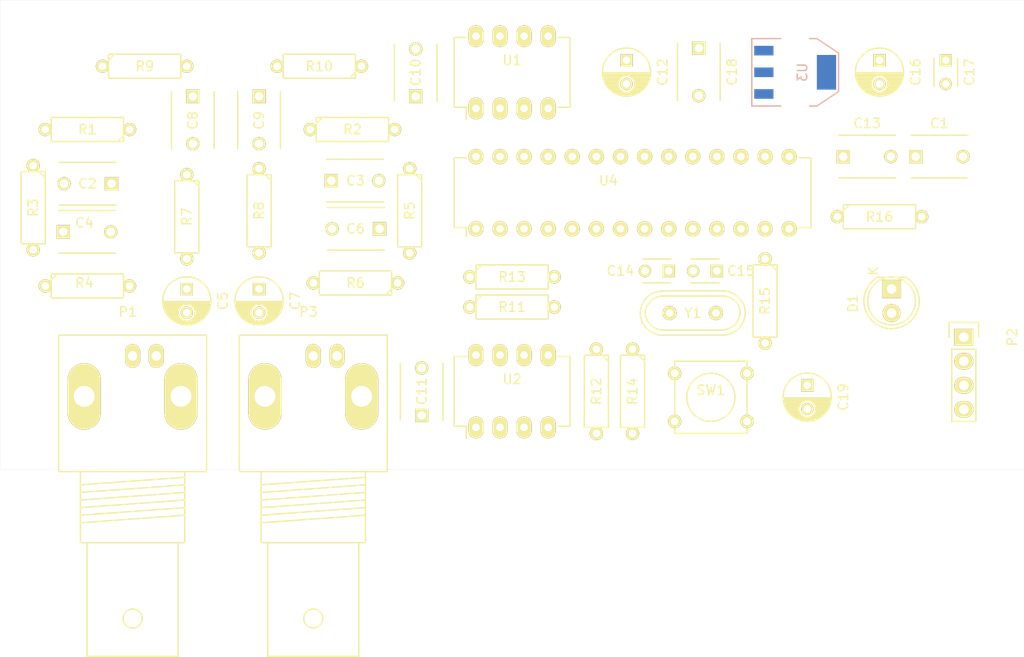
<source format=kicad_pcb>
(kicad_pcb (version 4) (host pcbnew "(2015-08-05 BZR 6055, Git fa29c62)-product")

  (general
    (links 101)
    (no_connects 101)
    (area 48.278929 24.859999 185.412145 110.160481)
    (thickness 1.6)
    (drawings 4)
    (tracks 5)
    (zones 0)
    (modules 45)
    (nets 37)
  )

  (page USLetter)
  (title_block
    (title test)
  )

  (layers
    (0 F.Cu signal)
    (31 B.Cu signal)
    (32 B.Adhes user hide)
    (33 F.Adhes user hide)
    (34 B.Paste user hide)
    (35 F.Paste user hide)
    (36 B.SilkS user)
    (37 F.SilkS user)
    (38 B.Mask user)
    (39 F.Mask user)
    (40 Dwgs.User user)
    (41 Cmts.User user)
    (42 Eco1.User user)
    (43 Eco2.User user)
    (44 Edge.Cuts user)
    (45 Margin user hide)
    (46 B.CrtYd user)
    (47 F.CrtYd user)
    (48 B.Fab user hide)
    (49 F.Fab user hide)
  )

  (setup
    (last_trace_width 0.25)
    (trace_clearance 0.2)
    (zone_clearance 0.508)
    (zone_45_only no)
    (trace_min 0.2)
    (segment_width 0.2)
    (edge_width 0.015)
    (via_size 0.6)
    (via_drill 0.4)
    (via_min_size 0.4)
    (via_min_drill 0.3)
    (uvia_size 0.3)
    (uvia_drill 0.1)
    (uvias_allowed no)
    (uvia_min_size 0.2)
    (uvia_min_drill 0.1)
    (pcb_text_width 0.3)
    (pcb_text_size 1.5 1.5)
    (mod_edge_width 0.15)
    (mod_text_size 1 1)
    (mod_text_width 0.15)
    (pad_size 1.524 1.524)
    (pad_drill 0.762)
    (pad_to_mask_clearance 0.2)
    (aux_axis_origin 0 0)
    (visible_elements 7FFFFFFF)
    (pcbplotparams
      (layerselection 0x00030_80000001)
      (usegerberextensions false)
      (excludeedgelayer true)
      (linewidth 0.100000)
      (plotframeref false)
      (viasonmask false)
      (mode 1)
      (useauxorigin false)
      (hpglpennumber 1)
      (hpglpenspeed 20)
      (hpglpendiameter 15)
      (hpglpenoverlay 2)
      (psnegative false)
      (psa4output false)
      (plotreference true)
      (plotvalue true)
      (plotinvisibletext false)
      (padsonsilk false)
      (subtractmaskfromsilk false)
      (outputformat 1)
      (mirror false)
      (drillshape 1)
      (scaleselection 1)
      (outputdirectory ""))
  )

  (net 0 "")
  (net 1 +5V)
  (net 2 GND)
  (net 3 "Net-(C2-Pad1)")
  (net 4 "Net-(C2-Pad2)")
  (net 5 "Net-(C3-Pad1)")
  (net 6 "Net-(C3-Pad2)")
  (net 7 "Net-(C4-Pad2)")
  (net 8 "Net-(C6-Pad2)")
  (net 9 "Net-(C8-Pad1)")
  (net 10 "Net-(C9-Pad1)")
  (net 11 "Net-(C14-Pad1)")
  (net 12 "Net-(C15-Pad1)")
  (net 13 +3V3)
  (net 14 "Net-(C18-Pad1)")
  (net 15 "Net-(D1-Pad2)")
  (net 16 /RX)
  (net 17 "Net-(R3-Pad2)")
  (net 18 "Net-(R5-Pad2)")
  (net 19 C1_Comp)
  (net 20 C2_Comp)
  (net 21 "Net-(R11-Pad1)")
  (net 22 "Net-(R11-Pad2)")
  (net 23 "Net-(R13-Pad1)")
  (net 24 "Net-(R13-Pad2)")
  (net 25 "Net-(R16-Pad1)")
  (net 26 "Net-(U1-Pad3)")
  (net 27 "Net-(U1-Pad5)")
  (net 28 "Net-(U1-Pad6)")
  (net 29 "Net-(U1-Pad7)")
  (net 30 "Net-(U2-Pad3)")
  (net 31 "Net-(U2-Pad5)")
  (net 32 "Net-(U4-Pad16)")
  (net 33 "Net-(U4-Pad17)")
  (net 34 "Net-(U4-Pad18)")
  (net 35 "Net-(U4-Pad21)")
  (net 36 /TX)

  (net_class Default "This is the default net class."
    (clearance 0.2)
    (trace_width 0.25)
    (via_dia 0.6)
    (via_drill 0.4)
    (uvia_dia 0.3)
    (uvia_drill 0.1)
    (add_net +3V3)
    (add_net +5V)
    (add_net /RX)
    (add_net /TX)
    (add_net C1_Comp)
    (add_net C2_Comp)
    (add_net GND)
    (add_net "Net-(C14-Pad1)")
    (add_net "Net-(C15-Pad1)")
    (add_net "Net-(C18-Pad1)")
    (add_net "Net-(C2-Pad1)")
    (add_net "Net-(C2-Pad2)")
    (add_net "Net-(C3-Pad1)")
    (add_net "Net-(C3-Pad2)")
    (add_net "Net-(C4-Pad2)")
    (add_net "Net-(C6-Pad2)")
    (add_net "Net-(C8-Pad1)")
    (add_net "Net-(C9-Pad1)")
    (add_net "Net-(D1-Pad2)")
    (add_net "Net-(R11-Pad1)")
    (add_net "Net-(R11-Pad2)")
    (add_net "Net-(R13-Pad1)")
    (add_net "Net-(R13-Pad2)")
    (add_net "Net-(R16-Pad1)")
    (add_net "Net-(R3-Pad2)")
    (add_net "Net-(R5-Pad2)")
    (add_net "Net-(U1-Pad3)")
    (add_net "Net-(U1-Pad5)")
    (add_net "Net-(U1-Pad6)")
    (add_net "Net-(U1-Pad7)")
    (add_net "Net-(U2-Pad3)")
    (add_net "Net-(U2-Pad5)")
    (add_net "Net-(U4-Pad16)")
    (add_net "Net-(U4-Pad17)")
    (add_net "Net-(U4-Pad18)")
    (add_net "Net-(U4-Pad21)")
  )

  (module Capacitors_ThroughHole:C_Disc_D6_P5 (layer F.Cu) (tedit 0) (tstamp 5667632E)
    (at 146.05 57.15)
    (descr "Capacitor 6mm Disc, Pitch 5mm")
    (tags Capacitor)
    (path /564EFC5E)
    (fp_text reference C1 (at 2.5 -3.5) (layer F.SilkS)
      (effects (font (size 1 1) (thickness 0.15)))
    )
    (fp_text value 100nF (at 2.5 3.5) (layer F.Fab)
      (effects (font (size 1 1) (thickness 0.15)))
    )
    (fp_line (start -0.95 -2.5) (end 5.95 -2.5) (layer F.CrtYd) (width 0.05))
    (fp_line (start 5.95 -2.5) (end 5.95 2.5) (layer F.CrtYd) (width 0.05))
    (fp_line (start 5.95 2.5) (end -0.95 2.5) (layer F.CrtYd) (width 0.05))
    (fp_line (start -0.95 2.5) (end -0.95 -2.5) (layer F.CrtYd) (width 0.05))
    (fp_line (start -0.5 -2.25) (end 5.5 -2.25) (layer F.SilkS) (width 0.15))
    (fp_line (start 5.5 2.25) (end -0.5 2.25) (layer F.SilkS) (width 0.15))
    (pad 1 thru_hole rect (at 0 0) (size 1.4 1.4) (drill 0.9) (layers *.Cu *.Mask F.SilkS)
      (net 1 +5V))
    (pad 2 thru_hole circle (at 5 0) (size 1.4 1.4) (drill 0.9) (layers *.Cu *.Mask F.SilkS)
      (net 2 GND))
    (model Capacitors_ThroughHole.3dshapes/C_Disc_D6_P5.wrl
      (at (xyz 0.0984252 0 0))
      (scale (xyz 1 1 1))
      (rotate (xyz 0 0 0))
    )
  )

  (module Capacitors_ThroughHole:C_Disc_D6_P5 (layer F.Cu) (tedit 5670688F) (tstamp 56676334)
    (at 61.2775 60.0075 180)
    (descr "Capacitor 6mm Disc, Pitch 5mm")
    (tags Capacitor)
    (path /565072B2)
    (fp_text reference C2 (at 2.54 0 180) (layer F.SilkS)
      (effects (font (size 1 1) (thickness 0.15)))
    )
    (fp_text value 27pF (at 2.5 3.5 180) (layer F.Fab)
      (effects (font (size 1 1) (thickness 0.15)))
    )
    (fp_line (start -0.95 -2.5) (end 5.95 -2.5) (layer F.CrtYd) (width 0.05))
    (fp_line (start 5.95 -2.5) (end 5.95 2.5) (layer F.CrtYd) (width 0.05))
    (fp_line (start 5.95 2.5) (end -0.95 2.5) (layer F.CrtYd) (width 0.05))
    (fp_line (start -0.95 2.5) (end -0.95 -2.5) (layer F.CrtYd) (width 0.05))
    (fp_line (start -0.5 -2.25) (end 5.5 -2.25) (layer F.SilkS) (width 0.15))
    (fp_line (start 5.5 2.25) (end -0.5 2.25) (layer F.SilkS) (width 0.15))
    (pad 1 thru_hole rect (at 0 0 180) (size 1.4 1.4) (drill 0.9) (layers *.Cu *.Mask F.SilkS)
      (net 3 "Net-(C2-Pad1)"))
    (pad 2 thru_hole circle (at 5 0 180) (size 1.4 1.4) (drill 0.9) (layers *.Cu *.Mask F.SilkS)
      (net 4 "Net-(C2-Pad2)"))
    (model Capacitors_ThroughHole.3dshapes/C_Disc_D6_P5.wrl
      (at (xyz 0.0984252 0 0))
      (scale (xyz 1 1 1))
      (rotate (xyz 0 0 0))
    )
  )

  (module Capacitors_ThroughHole:C_Disc_D6_P5 (layer F.Cu) (tedit 56709F4A) (tstamp 5667633A)
    (at 84.455 59.69)
    (descr "Capacitor 6mm Disc, Pitch 5mm")
    (tags Capacitor)
    (path /56510A86)
    (fp_text reference C3 (at 2.54 0) (layer F.SilkS)
      (effects (font (size 1 1) (thickness 0.15)))
    )
    (fp_text value 27pF (at 2.54 -2.54) (layer F.Fab)
      (effects (font (size 1 1) (thickness 0.15)))
    )
    (fp_line (start -0.95 -2.5) (end 5.95 -2.5) (layer F.CrtYd) (width 0.05))
    (fp_line (start 5.95 -2.5) (end 5.95 2.5) (layer F.CrtYd) (width 0.05))
    (fp_line (start 5.95 2.5) (end -0.95 2.5) (layer F.CrtYd) (width 0.05))
    (fp_line (start -0.95 2.5) (end -0.95 -2.5) (layer F.CrtYd) (width 0.05))
    (fp_line (start -0.5 -2.25) (end 5.5 -2.25) (layer F.SilkS) (width 0.15))
    (fp_line (start 5.5 2.25) (end -0.5 2.25) (layer F.SilkS) (width 0.15))
    (pad 1 thru_hole rect (at 0 0) (size 1.4 1.4) (drill 0.9) (layers *.Cu *.Mask F.SilkS)
      (net 5 "Net-(C3-Pad1)"))
    (pad 2 thru_hole circle (at 5 0) (size 1.4 1.4) (drill 0.9) (layers *.Cu *.Mask F.SilkS)
      (net 6 "Net-(C3-Pad2)"))
    (model Capacitors_ThroughHole.3dshapes/C_Disc_D6_P5.wrl
      (at (xyz 0.0984252 0 0))
      (scale (xyz 1 1 1))
      (rotate (xyz 0 0 0))
    )
  )

  (module Capacitors_ThroughHole:C_Disc_D6_P5 (layer F.Cu) (tedit 56709F9C) (tstamp 56676340)
    (at 56.1975 65.0875)
    (descr "Capacitor 6mm Disc, Pitch 5mm")
    (tags Capacitor)
    (path /56507355)
    (fp_text reference C4 (at 2.2225 -0.9525) (layer F.SilkS)
      (effects (font (size 1 1) (thickness 0.15)))
    )
    (fp_text value 100pF (at 2.2225 3.4925) (layer F.Fab)
      (effects (font (size 1 1) (thickness 0.15)))
    )
    (fp_line (start -0.95 -2.5) (end 5.95 -2.5) (layer F.CrtYd) (width 0.05))
    (fp_line (start 5.95 -2.5) (end 5.95 2.5) (layer F.CrtYd) (width 0.05))
    (fp_line (start 5.95 2.5) (end -0.95 2.5) (layer F.CrtYd) (width 0.05))
    (fp_line (start -0.95 2.5) (end -0.95 -2.5) (layer F.CrtYd) (width 0.05))
    (fp_line (start -0.5 -2.25) (end 5.5 -2.25) (layer F.SilkS) (width 0.15))
    (fp_line (start 5.5 2.25) (end -0.5 2.25) (layer F.SilkS) (width 0.15))
    (pad 1 thru_hole rect (at 0 0) (size 1.4 1.4) (drill 0.9) (layers *.Cu *.Mask F.SilkS)
      (net 4 "Net-(C2-Pad2)"))
    (pad 2 thru_hole circle (at 5 0) (size 1.4 1.4) (drill 0.9) (layers *.Cu *.Mask F.SilkS)
      (net 7 "Net-(C4-Pad2)"))
    (model Capacitors_ThroughHole.3dshapes/C_Disc_D6_P5.wrl
      (at (xyz 0.0984252 0 0))
      (scale (xyz 1 1 1))
      (rotate (xyz 0 0 0))
    )
  )

  (module Capacitors_ThroughHole:C_Disc_D6_P5 (layer F.Cu) (tedit 56709F61) (tstamp 5667634C)
    (at 89.535 64.77 180)
    (descr "Capacitor 6mm Disc, Pitch 5mm")
    (tags Capacitor)
    (path /56510A8C)
    (fp_text reference C6 (at 2.54 0 180) (layer F.SilkS)
      (effects (font (size 1 1) (thickness 0.15)))
    )
    (fp_text value 100pF (at 2.54 -3.175 180) (layer F.Fab)
      (effects (font (size 1 1) (thickness 0.15)))
    )
    (fp_line (start -0.95 -2.5) (end 5.95 -2.5) (layer F.CrtYd) (width 0.05))
    (fp_line (start 5.95 -2.5) (end 5.95 2.5) (layer F.CrtYd) (width 0.05))
    (fp_line (start 5.95 2.5) (end -0.95 2.5) (layer F.CrtYd) (width 0.05))
    (fp_line (start -0.95 2.5) (end -0.95 -2.5) (layer F.CrtYd) (width 0.05))
    (fp_line (start -0.5 -2.25) (end 5.5 -2.25) (layer F.SilkS) (width 0.15))
    (fp_line (start 5.5 2.25) (end -0.5 2.25) (layer F.SilkS) (width 0.15))
    (pad 1 thru_hole rect (at 0 0 180) (size 1.4 1.4) (drill 0.9) (layers *.Cu *.Mask F.SilkS)
      (net 6 "Net-(C3-Pad2)"))
    (pad 2 thru_hole circle (at 5 0 180) (size 1.4 1.4) (drill 0.9) (layers *.Cu *.Mask F.SilkS)
      (net 8 "Net-(C6-Pad2)"))
    (model Capacitors_ThroughHole.3dshapes/C_Disc_D6_P5.wrl
      (at (xyz 0.0984252 0 0))
      (scale (xyz 1 1 1))
      (rotate (xyz 0 0 0))
    )
  )

  (module Capacitors_ThroughHole:C_Disc_D6_P5 (layer F.Cu) (tedit 5670E9F5) (tstamp 56676358)
    (at 69.85 50.8 270)
    (descr "Capacitor 6mm Disc, Pitch 5mm")
    (tags Capacitor)
    (path /56507DA3)
    (fp_text reference C8 (at 2.54 0 270) (layer F.SilkS)
      (effects (font (size 1 1) (thickness 0.15)))
    )
    (fp_text value 100nF (at 2.5 3.5 270) (layer F.Fab)
      (effects (font (size 1 1) (thickness 0.15)))
    )
    (fp_line (start -0.95 -2.5) (end 5.95 -2.5) (layer F.CrtYd) (width 0.05))
    (fp_line (start 5.95 -2.5) (end 5.95 2.5) (layer F.CrtYd) (width 0.05))
    (fp_line (start 5.95 2.5) (end -0.95 2.5) (layer F.CrtYd) (width 0.05))
    (fp_line (start -0.95 2.5) (end -0.95 -2.5) (layer F.CrtYd) (width 0.05))
    (fp_line (start -0.5 -2.25) (end 5.5 -2.25) (layer F.SilkS) (width 0.15))
    (fp_line (start 5.5 2.25) (end -0.5 2.25) (layer F.SilkS) (width 0.15))
    (pad 1 thru_hole rect (at 0 0 270) (size 1.4 1.4) (drill 0.9) (layers *.Cu *.Mask F.SilkS)
      (net 9 "Net-(C8-Pad1)"))
    (pad 2 thru_hole circle (at 5 0 270) (size 1.4 1.4) (drill 0.9) (layers *.Cu *.Mask F.SilkS)
      (net 2 GND))
    (model Capacitors_ThroughHole.3dshapes/C_Disc_D6_P5.wrl
      (at (xyz 0.0984252 0 0))
      (scale (xyz 1 1 1))
      (rotate (xyz 0 0 0))
    )
  )

  (module Capacitors_ThroughHole:C_Disc_D6_P5 (layer F.Cu) (tedit 5670E9F9) (tstamp 5667635E)
    (at 76.835 50.8 270)
    (descr "Capacitor 6mm Disc, Pitch 5mm")
    (tags Capacitor)
    (path /56510AB0)
    (fp_text reference C9 (at 2.54 0 270) (layer F.SilkS)
      (effects (font (size 1 1) (thickness 0.15)))
    )
    (fp_text value 100nF (at 2.5 3.5 270) (layer F.Fab)
      (effects (font (size 1 1) (thickness 0.15)))
    )
    (fp_line (start -0.95 -2.5) (end 5.95 -2.5) (layer F.CrtYd) (width 0.05))
    (fp_line (start 5.95 -2.5) (end 5.95 2.5) (layer F.CrtYd) (width 0.05))
    (fp_line (start 5.95 2.5) (end -0.95 2.5) (layer F.CrtYd) (width 0.05))
    (fp_line (start -0.95 2.5) (end -0.95 -2.5) (layer F.CrtYd) (width 0.05))
    (fp_line (start -0.5 -2.25) (end 5.5 -2.25) (layer F.SilkS) (width 0.15))
    (fp_line (start 5.5 2.25) (end -0.5 2.25) (layer F.SilkS) (width 0.15))
    (pad 1 thru_hole rect (at 0 0 270) (size 1.4 1.4) (drill 0.9) (layers *.Cu *.Mask F.SilkS)
      (net 10 "Net-(C9-Pad1)"))
    (pad 2 thru_hole circle (at 5 0 270) (size 1.4 1.4) (drill 0.9) (layers *.Cu *.Mask F.SilkS)
      (net 2 GND))
    (model Capacitors_ThroughHole.3dshapes/C_Disc_D6_P5.wrl
      (at (xyz 0.0984252 0 0))
      (scale (xyz 1 1 1))
      (rotate (xyz 0 0 0))
    )
  )

  (module Capacitors_ThroughHole:C_Disc_D6_P5 (layer F.Cu) (tedit 5670EF4F) (tstamp 56676364)
    (at 93.345 50.8 90)
    (descr "Capacitor 6mm Disc, Pitch 5mm")
    (tags Capacitor)
    (path /564FF5A5)
    (fp_text reference C10 (at 2.54 0 90) (layer F.SilkS)
      (effects (font (size 1 1) (thickness 0.15)))
    )
    (fp_text value 100nF (at 2.5 3.5 90) (layer F.Fab)
      (effects (font (size 1 1) (thickness 0.15)))
    )
    (fp_line (start -0.95 -2.5) (end 5.95 -2.5) (layer F.CrtYd) (width 0.05))
    (fp_line (start 5.95 -2.5) (end 5.95 2.5) (layer F.CrtYd) (width 0.05))
    (fp_line (start 5.95 2.5) (end -0.95 2.5) (layer F.CrtYd) (width 0.05))
    (fp_line (start -0.95 2.5) (end -0.95 -2.5) (layer F.CrtYd) (width 0.05))
    (fp_line (start -0.5 -2.25) (end 5.5 -2.25) (layer F.SilkS) (width 0.15))
    (fp_line (start 5.5 2.25) (end -0.5 2.25) (layer F.SilkS) (width 0.15))
    (pad 1 thru_hole rect (at 0 0 90) (size 1.4 1.4) (drill 0.9) (layers *.Cu *.Mask F.SilkS)
      (net 2 GND))
    (pad 2 thru_hole circle (at 5 0 90) (size 1.4 1.4) (drill 0.9) (layers *.Cu *.Mask F.SilkS)
      (net 1 +5V))
    (model Capacitors_ThroughHole.3dshapes/C_Disc_D6_P5.wrl
      (at (xyz 0.0984252 0 0))
      (scale (xyz 1 1 1))
      (rotate (xyz 0 0 0))
    )
  )

  (module Capacitors_ThroughHole:C_Disc_D6_P5 (layer F.Cu) (tedit 5670EF59) (tstamp 5667636A)
    (at 93.98 84.455 90)
    (descr "Capacitor 6mm Disc, Pitch 5mm")
    (tags Capacitor)
    (path /564FDA67)
    (fp_text reference C11 (at 2.54 0 90) (layer F.SilkS)
      (effects (font (size 1 1) (thickness 0.15)))
    )
    (fp_text value 100nF (at 2.5 3.5 90) (layer F.Fab)
      (effects (font (size 1 1) (thickness 0.15)))
    )
    (fp_line (start -0.95 -2.5) (end 5.95 -2.5) (layer F.CrtYd) (width 0.05))
    (fp_line (start 5.95 -2.5) (end 5.95 2.5) (layer F.CrtYd) (width 0.05))
    (fp_line (start 5.95 2.5) (end -0.95 2.5) (layer F.CrtYd) (width 0.05))
    (fp_line (start -0.95 2.5) (end -0.95 -2.5) (layer F.CrtYd) (width 0.05))
    (fp_line (start -0.5 -2.25) (end 5.5 -2.25) (layer F.SilkS) (width 0.15))
    (fp_line (start 5.5 2.25) (end -0.5 2.25) (layer F.SilkS) (width 0.15))
    (pad 1 thru_hole rect (at 0 0 90) (size 1.4 1.4) (drill 0.9) (layers *.Cu *.Mask F.SilkS)
      (net 2 GND))
    (pad 2 thru_hole circle (at 5 0 90) (size 1.4 1.4) (drill 0.9) (layers *.Cu *.Mask F.SilkS)
      (net 1 +5V))
    (model Capacitors_ThroughHole.3dshapes/C_Disc_D6_P5.wrl
      (at (xyz 0.0984252 0 0))
      (scale (xyz 1 1 1))
      (rotate (xyz 0 0 0))
    )
  )

  (module Capacitors_ThroughHole:C_Disc_D6_P5 (layer F.Cu) (tedit 0) (tstamp 56676376)
    (at 138.43 57.15)
    (descr "Capacitor 6mm Disc, Pitch 5mm")
    (tags Capacitor)
    (path /564CD489)
    (fp_text reference C13 (at 2.5 -3.5) (layer F.SilkS)
      (effects (font (size 1 1) (thickness 0.15)))
    )
    (fp_text value 100nf (at 2.5 3.5) (layer F.Fab)
      (effects (font (size 1 1) (thickness 0.15)))
    )
    (fp_line (start -0.95 -2.5) (end 5.95 -2.5) (layer F.CrtYd) (width 0.05))
    (fp_line (start 5.95 -2.5) (end 5.95 2.5) (layer F.CrtYd) (width 0.05))
    (fp_line (start 5.95 2.5) (end -0.95 2.5) (layer F.CrtYd) (width 0.05))
    (fp_line (start -0.95 2.5) (end -0.95 -2.5) (layer F.CrtYd) (width 0.05))
    (fp_line (start -0.5 -2.25) (end 5.5 -2.25) (layer F.SilkS) (width 0.15))
    (fp_line (start 5.5 2.25) (end -0.5 2.25) (layer F.SilkS) (width 0.15))
    (pad 1 thru_hole rect (at 0 0) (size 1.4 1.4) (drill 0.9) (layers *.Cu *.Mask F.SilkS)
      (net 1 +5V))
    (pad 2 thru_hole circle (at 5 0) (size 1.4 1.4) (drill 0.9) (layers *.Cu *.Mask F.SilkS)
      (net 2 GND))
    (model Capacitors_ThroughHole.3dshapes/C_Disc_D6_P5.wrl
      (at (xyz 0.0984252 0 0))
      (scale (xyz 1 1 1))
      (rotate (xyz 0 0 0))
    )
  )

  (module Capacitors_ThroughHole:C_Disc_D3_P2.5 (layer F.Cu) (tedit 0) (tstamp 5667638E)
    (at 149.225 46.99 270)
    (descr "Capacitor 3mm Disc, Pitch 2.5mm")
    (tags Capacitor)
    (path /564CD4E5)
    (fp_text reference C17 (at 1.25 -2.5 270) (layer F.SilkS)
      (effects (font (size 1 1) (thickness 0.15)))
    )
    (fp_text value 100nF (at 1.25 2.5 270) (layer F.Fab)
      (effects (font (size 1 1) (thickness 0.15)))
    )
    (fp_line (start -0.9 -1.5) (end 3.4 -1.5) (layer F.CrtYd) (width 0.05))
    (fp_line (start 3.4 -1.5) (end 3.4 1.5) (layer F.CrtYd) (width 0.05))
    (fp_line (start 3.4 1.5) (end -0.9 1.5) (layer F.CrtYd) (width 0.05))
    (fp_line (start -0.9 1.5) (end -0.9 -1.5) (layer F.CrtYd) (width 0.05))
    (fp_line (start -0.25 -1.25) (end 2.75 -1.25) (layer F.SilkS) (width 0.15))
    (fp_line (start 2.75 1.25) (end -0.25 1.25) (layer F.SilkS) (width 0.15))
    (pad 1 thru_hole rect (at 0 0 270) (size 1.3 1.3) (drill 0.8) (layers *.Cu *.Mask F.SilkS)
      (net 13 +3V3))
    (pad 2 thru_hole circle (at 2.5 0 270) (size 1.3 1.3) (drill 0.8001) (layers *.Cu *.Mask F.SilkS)
      (net 2 GND))
    (model Capacitors_ThroughHole.3dshapes/C_Disc_D3_P2.5.wrl
      (at (xyz 0.0492126 0 0))
      (scale (xyz 1 1 1))
      (rotate (xyz 0 0 0))
    )
  )

  (module Capacitors_ThroughHole:C_Disc_D6_P5 (layer F.Cu) (tedit 0) (tstamp 56676394)
    (at 123.19 45.72 270)
    (descr "Capacitor 6mm Disc, Pitch 5mm")
    (tags Capacitor)
    (path /564EDE98)
    (fp_text reference C18 (at 2.5 -3.5 270) (layer F.SilkS)
      (effects (font (size 1 1) (thickness 0.15)))
    )
    (fp_text value 100nF (at 2.5 3.5 270) (layer F.Fab)
      (effects (font (size 1 1) (thickness 0.15)))
    )
    (fp_line (start -0.95 -2.5) (end 5.95 -2.5) (layer F.CrtYd) (width 0.05))
    (fp_line (start 5.95 -2.5) (end 5.95 2.5) (layer F.CrtYd) (width 0.05))
    (fp_line (start 5.95 2.5) (end -0.95 2.5) (layer F.CrtYd) (width 0.05))
    (fp_line (start -0.95 2.5) (end -0.95 -2.5) (layer F.CrtYd) (width 0.05))
    (fp_line (start -0.5 -2.25) (end 5.5 -2.25) (layer F.SilkS) (width 0.15))
    (fp_line (start 5.5 2.25) (end -0.5 2.25) (layer F.SilkS) (width 0.15))
    (pad 1 thru_hole rect (at 0 0 270) (size 1.4 1.4) (drill 0.9) (layers *.Cu *.Mask F.SilkS)
      (net 14 "Net-(C18-Pad1)"))
    (pad 2 thru_hole circle (at 5 0 270) (size 1.4 1.4) (drill 0.9) (layers *.Cu *.Mask F.SilkS)
      (net 2 GND))
    (model Capacitors_ThroughHole.3dshapes/C_Disc_D6_P5.wrl
      (at (xyz 0.0984252 0 0))
      (scale (xyz 1 1 1))
      (rotate (xyz 0 0 0))
    )
  )

  (module LEDs:LED-5MM (layer F.Cu) (tedit 5570F7EA) (tstamp 566763A6)
    (at 143.51 71.12 270)
    (descr "LED 5mm round vertical")
    (tags "LED 5mm round vertical")
    (path /564EF7ED)
    (fp_text reference D1 (at 1.524 4.064 270) (layer F.SilkS)
      (effects (font (size 1 1) (thickness 0.15)))
    )
    (fp_text value LED (at 1.524 -3.937 270) (layer F.Fab)
      (effects (font (size 1 1) (thickness 0.15)))
    )
    (fp_line (start -1.5 -1.55) (end -1.5 1.55) (layer F.CrtYd) (width 0.05))
    (fp_arc (start 1.3 0) (end -1.5 1.55) (angle -302) (layer F.CrtYd) (width 0.05))
    (fp_arc (start 1.27 0) (end -1.23 -1.5) (angle 297.5) (layer F.SilkS) (width 0.15))
    (fp_line (start -1.23 1.5) (end -1.23 -1.5) (layer F.SilkS) (width 0.15))
    (fp_circle (center 1.27 0) (end 0.97 -2.5) (layer F.SilkS) (width 0.15))
    (fp_text user K (at -1.905 1.905 270) (layer F.SilkS)
      (effects (font (size 1 1) (thickness 0.15)))
    )
    (pad 1 thru_hole rect (at 0 0) (size 2 1.9) (drill 1.00076) (layers *.Cu *.Mask F.SilkS)
      (net 2 GND))
    (pad 2 thru_hole circle (at 2.54 0 270) (size 1.9 1.9) (drill 1.00076) (layers *.Cu *.Mask F.SilkS)
      (net 15 "Net-(D1-Pad2)"))
    (model LEDs.3dshapes/LED-5MM.wrl
      (at (xyz 0.05 0 0))
      (scale (xyz 1 1 1))
      (rotate (xyz 0 0 90))
    )
  )

  (module Sockets_BNC:BNC_Socket_TYCO-AMP_LargePads (layer F.Cu) (tedit 0) (tstamp 566763BF)
    (at 63.5 83.185 180)
    (descr "BNC Socket TYCO AMP")
    (tags "BNC Socket TYCO AMP")
    (path /56672AC9)
    (fp_text reference P1 (at 0.508 9.652 180) (layer F.SilkS)
      (effects (font (size 1 1) (thickness 0.15)))
    )
    (fp_text value BNC (at 10.89914 -9.6012 270) (layer F.Fab)
      (effects (font (size 1 1) (thickness 0.15)))
    )
    (fp_line (start -5.4991 -11.80084) (end 5.4991 -12.60094) (layer F.SilkS) (width 0.15))
    (fp_line (start -5.4991 -11.00074) (end 5.4991 -11.80084) (layer F.SilkS) (width 0.15))
    (fp_line (start -5.4991 -10.20064) (end 5.4991 -11.00074) (layer F.SilkS) (width 0.15))
    (fp_line (start -5.4991 -9.40054) (end 5.4991 -10.20064) (layer F.SilkS) (width 0.15))
    (fp_line (start -5.4991 -8.60044) (end 5.4991 -9.40054) (layer F.SilkS) (width 0.15))
    (fp_line (start -5.4991 -7.80034) (end 5.4991 -8.60044) (layer F.SilkS) (width 0.15))
    (fp_circle (center 0 -22.69998) (end 1.00076 -22.69998) (layer F.SilkS) (width 0.15))
    (fp_line (start 4.8006 -14.69898) (end 4.8006 -26.70048) (layer F.SilkS) (width 0.15))
    (fp_line (start 4.8006 -26.70048) (end -4.8006 -26.70048) (layer F.SilkS) (width 0.15))
    (fp_line (start -4.8006 -26.70048) (end -4.8006 -14.69898) (layer F.SilkS) (width 0.15))
    (fp_line (start 5.4991 -7.2009) (end 5.4991 -14.69898) (layer F.SilkS) (width 0.15))
    (fp_line (start 5.4991 -14.69898) (end -5.4991 -14.69898) (layer F.SilkS) (width 0.15))
    (fp_line (start -5.4991 -14.69898) (end -5.4991 -7.2009) (layer F.SilkS) (width 0.15))
    (fp_line (start -7.80034 7.2009) (end 7.80034 7.2009) (layer F.SilkS) (width 0.15))
    (fp_line (start 7.80034 7.2009) (end 7.80034 -7.2009) (layer F.SilkS) (width 0.15))
    (fp_line (start 7.80034 -7.2009) (end -7.80034 -7.2009) (layer F.SilkS) (width 0.15))
    (fp_line (start -7.80034 -7.2009) (end -7.80034 7.2009) (layer F.SilkS) (width 0.15))
    (pad 2 thru_hole oval (at -5.09778 0.7366 180) (size 3.50012 7.00024) (drill 2.19964) (layers *.Cu *.Mask F.SilkS)
      (net 2 GND))
    (pad 2 thru_hole oval (at 5.10032 0.7366 180) (size 3.50012 7.00024) (drill 2.19964) (layers *.Cu *.Mask F.SilkS)
      (net 2 GND))
    (pad 1 thru_hole oval (at 0 5.00126 180) (size 1.6002 2.49936) (drill 1.00076) (layers *.Cu *.Mask F.SilkS)
      (net 3 "Net-(C2-Pad1)"))
    (pad 2 thru_hole oval (at -2.49936 5.00126 180) (size 1.6002 2.49936) (drill 1.00076) (layers *.Cu *.Mask F.SilkS)
      (net 2 GND))
    (model Sockets_BNC.3dshapes/BNC_Socket_TYCO-AMP_LargePads.wrl
      (at (xyz 0 0 0))
      (scale (xyz 0.3937 0.3937 0.3937))
      (rotate (xyz 0 0 0))
    )
  )

  (module Socket_Strips:Socket_Strip_Straight_1x04 (layer F.Cu) (tedit 0) (tstamp 566763D2)
    (at 151.13 76.2 270)
    (descr "Through hole socket strip")
    (tags "socket strip")
    (path /564ECA2F)
    (fp_text reference P2 (at 0 -5.1 270) (layer F.SilkS)
      (effects (font (size 1 1) (thickness 0.15)))
    )
    (fp_text value "To TTL -> USB Converter Plug" (at 0 -3.1 270) (layer F.Fab)
      (effects (font (size 1 1) (thickness 0.15)))
    )
    (fp_line (start -1.75 -1.75) (end -1.75 1.75) (layer F.CrtYd) (width 0.05))
    (fp_line (start 9.4 -1.75) (end 9.4 1.75) (layer F.CrtYd) (width 0.05))
    (fp_line (start -1.75 -1.75) (end 9.4 -1.75) (layer F.CrtYd) (width 0.05))
    (fp_line (start -1.75 1.75) (end 9.4 1.75) (layer F.CrtYd) (width 0.05))
    (fp_line (start 1.27 -1.27) (end 8.89 -1.27) (layer F.SilkS) (width 0.15))
    (fp_line (start 1.27 1.27) (end 8.89 1.27) (layer F.SilkS) (width 0.15))
    (fp_line (start -1.55 1.55) (end 0 1.55) (layer F.SilkS) (width 0.15))
    (fp_line (start 8.89 -1.27) (end 8.89 1.27) (layer F.SilkS) (width 0.15))
    (fp_line (start 1.27 1.27) (end 1.27 -1.27) (layer F.SilkS) (width 0.15))
    (fp_line (start 0 -1.55) (end -1.55 -1.55) (layer F.SilkS) (width 0.15))
    (fp_line (start -1.55 -1.55) (end -1.55 1.55) (layer F.SilkS) (width 0.15))
    (pad 1 thru_hole rect (at 0 0 270) (size 1.7272 2.032) (drill 1.016) (layers *.Cu *.Mask F.SilkS)
      (net 2 GND))
    (pad 2 thru_hole oval (at 2.54 0 270) (size 1.7272 2.032) (drill 1.016) (layers *.Cu *.Mask F.SilkS)
      (net 1 +5V))
    (pad 3 thru_hole oval (at 5.08 0 270) (size 1.7272 2.032) (drill 1.016) (layers *.Cu *.Mask F.SilkS)
      (net 16 /RX))
    (pad 4 thru_hole oval (at 7.62 0 270) (size 1.7272 2.032) (drill 1.016) (layers *.Cu *.Mask F.SilkS)
      (net 36 /TX))
    (model Socket_Strips.3dshapes/Socket_Strip_Straight_1x04.wrl
      (at (xyz 0.15 0 0))
      (scale (xyz 1 1 1))
      (rotate (xyz 0 0 180))
    )
  )

  (module Sockets_BNC:BNC_Socket_TYCO-AMP_LargePads (layer F.Cu) (tedit 0) (tstamp 566763EB)
    (at 82.55 83.185 180)
    (descr "BNC Socket TYCO AMP")
    (tags "BNC Socket TYCO AMP")
    (path /56672BB6)
    (fp_text reference P3 (at 0.508 9.652 180) (layer F.SilkS)
      (effects (font (size 1 1) (thickness 0.15)))
    )
    (fp_text value BNC (at 10.89914 -9.6012 270) (layer F.Fab)
      (effects (font (size 1 1) (thickness 0.15)))
    )
    (fp_line (start -5.4991 -11.80084) (end 5.4991 -12.60094) (layer F.SilkS) (width 0.15))
    (fp_line (start -5.4991 -11.00074) (end 5.4991 -11.80084) (layer F.SilkS) (width 0.15))
    (fp_line (start -5.4991 -10.20064) (end 5.4991 -11.00074) (layer F.SilkS) (width 0.15))
    (fp_line (start -5.4991 -9.40054) (end 5.4991 -10.20064) (layer F.SilkS) (width 0.15))
    (fp_line (start -5.4991 -8.60044) (end 5.4991 -9.40054) (layer F.SilkS) (width 0.15))
    (fp_line (start -5.4991 -7.80034) (end 5.4991 -8.60044) (layer F.SilkS) (width 0.15))
    (fp_circle (center 0 -22.69998) (end 1.00076 -22.69998) (layer F.SilkS) (width 0.15))
    (fp_line (start 4.8006 -14.69898) (end 4.8006 -26.70048) (layer F.SilkS) (width 0.15))
    (fp_line (start 4.8006 -26.70048) (end -4.8006 -26.70048) (layer F.SilkS) (width 0.15))
    (fp_line (start -4.8006 -26.70048) (end -4.8006 -14.69898) (layer F.SilkS) (width 0.15))
    (fp_line (start 5.4991 -7.2009) (end 5.4991 -14.69898) (layer F.SilkS) (width 0.15))
    (fp_line (start 5.4991 -14.69898) (end -5.4991 -14.69898) (layer F.SilkS) (width 0.15))
    (fp_line (start -5.4991 -14.69898) (end -5.4991 -7.2009) (layer F.SilkS) (width 0.15))
    (fp_line (start -7.80034 7.2009) (end 7.80034 7.2009) (layer F.SilkS) (width 0.15))
    (fp_line (start 7.80034 7.2009) (end 7.80034 -7.2009) (layer F.SilkS) (width 0.15))
    (fp_line (start 7.80034 -7.2009) (end -7.80034 -7.2009) (layer F.SilkS) (width 0.15))
    (fp_line (start -7.80034 -7.2009) (end -7.80034 7.2009) (layer F.SilkS) (width 0.15))
    (pad 2 thru_hole oval (at -5.09778 0.7366 180) (size 3.50012 7.00024) (drill 2.19964) (layers *.Cu *.Mask F.SilkS)
      (net 2 GND))
    (pad 2 thru_hole oval (at 5.10032 0.7366 180) (size 3.50012 7.00024) (drill 2.19964) (layers *.Cu *.Mask F.SilkS)
      (net 2 GND))
    (pad 1 thru_hole oval (at 0 5.00126 180) (size 1.6002 2.49936) (drill 1.00076) (layers *.Cu *.Mask F.SilkS)
      (net 5 "Net-(C3-Pad1)"))
    (pad 2 thru_hole oval (at -2.49936 5.00126 180) (size 1.6002 2.49936) (drill 1.00076) (layers *.Cu *.Mask F.SilkS)
      (net 2 GND))
    (model Sockets_BNC.3dshapes/BNC_Socket_TYCO-AMP_LargePads.wrl
      (at (xyz 0 0 0))
      (scale (xyz 0.3937 0.3937 0.3937))
      (rotate (xyz 0 0 0))
    )
  )

  (module Discret:R3-5 (layer F.Cu) (tedit 567068B8) (tstamp 566763F1)
    (at 58.7375 54.2925 180)
    (path /565074FB)
    (fp_text reference R1 (at 0 0 180) (layer F.SilkS)
      (effects (font (size 1 1) (thickness 0.15)))
    )
    (fp_text value 820K (at 0 2.54 180) (layer F.Fab)
      (effects (font (size 1 1) (thickness 0.15)))
    )
    (fp_line (start -3.81 -0.635) (end -3.81 1.27) (layer F.SilkS) (width 0.15))
    (fp_line (start -3.81 1.27) (end 3.81 1.27) (layer F.SilkS) (width 0.15))
    (fp_line (start 3.81 1.27) (end 3.81 -1.27) (layer F.SilkS) (width 0.15))
    (fp_line (start 3.81 -1.27) (end -3.81 -1.27) (layer F.SilkS) (width 0.15))
    (fp_line (start -3.81 -1.27) (end -3.81 -0.635) (layer F.SilkS) (width 0.15))
    (fp_line (start -4.445 0) (end -3.81 0) (layer F.SilkS) (width 0.15))
    (fp_line (start 3.81 0) (end 4.445 0) (layer F.SilkS) (width 0.15))
    (fp_line (start -3.81 -0.635) (end -3.175 -1.27) (layer F.SilkS) (width 0.15))
    (pad 1 thru_hole circle (at -4.445 0 180) (size 1.397 1.397) (drill 0.8128) (layers *.Cu *.Mask F.SilkS)
      (net 3 "Net-(C2-Pad1)"))
    (pad 2 thru_hole circle (at 4.445 0 180) (size 1.397 1.397) (drill 0.8128) (layers *.Cu *.Mask F.SilkS)
      (net 4 "Net-(C2-Pad2)"))
    (model Discret.3dshapes/R3-5.wrl
      (at (xyz 0 0 0))
      (scale (xyz 0.35 0.35 0.3))
      (rotate (xyz 0 0 0))
    )
  )

  (module Discret:R3-5 (layer F.Cu) (tedit 56709F3D) (tstamp 566763F7)
    (at 86.6775 54.2925)
    (path /56510A92)
    (fp_text reference R2 (at 0 0) (layer F.SilkS)
      (effects (font (size 1 1) (thickness 0.15)))
    )
    (fp_text value 820K (at 0.3175 -2.8575) (layer F.Fab)
      (effects (font (size 1 1) (thickness 0.15)))
    )
    (fp_line (start -3.81 -0.635) (end -3.81 1.27) (layer F.SilkS) (width 0.15))
    (fp_line (start -3.81 1.27) (end 3.81 1.27) (layer F.SilkS) (width 0.15))
    (fp_line (start 3.81 1.27) (end 3.81 -1.27) (layer F.SilkS) (width 0.15))
    (fp_line (start 3.81 -1.27) (end -3.81 -1.27) (layer F.SilkS) (width 0.15))
    (fp_line (start -3.81 -1.27) (end -3.81 -0.635) (layer F.SilkS) (width 0.15))
    (fp_line (start -4.445 0) (end -3.81 0) (layer F.SilkS) (width 0.15))
    (fp_line (start 3.81 0) (end 4.445 0) (layer F.SilkS) (width 0.15))
    (fp_line (start -3.81 -0.635) (end -3.175 -1.27) (layer F.SilkS) (width 0.15))
    (pad 1 thru_hole circle (at -4.445 0) (size 1.397 1.397) (drill 0.8128) (layers *.Cu *.Mask F.SilkS)
      (net 5 "Net-(C3-Pad1)"))
    (pad 2 thru_hole circle (at 4.445 0) (size 1.397 1.397) (drill 0.8128) (layers *.Cu *.Mask F.SilkS)
      (net 6 "Net-(C3-Pad2)"))
    (model Discret.3dshapes/R3-5.wrl
      (at (xyz 0 0 0))
      (scale (xyz 0.35 0.35 0.3))
      (rotate (xyz 0 0 0))
    )
  )

  (module Discret:R3-5 (layer F.Cu) (tedit 567069A7) (tstamp 566763FD)
    (at 53.0225 62.5475 270)
    (path /565078BF)
    (fp_text reference R3 (at 0 0 270) (layer F.SilkS)
      (effects (font (size 1 1) (thickness 0.15)))
    )
    (fp_text value 100K (at 0 2.54 270) (layer F.Fab)
      (effects (font (size 1 1) (thickness 0.15)))
    )
    (fp_line (start -3.81 -0.635) (end -3.81 1.27) (layer F.SilkS) (width 0.15))
    (fp_line (start -3.81 1.27) (end 3.81 1.27) (layer F.SilkS) (width 0.15))
    (fp_line (start 3.81 1.27) (end 3.81 -1.27) (layer F.SilkS) (width 0.15))
    (fp_line (start 3.81 -1.27) (end -3.81 -1.27) (layer F.SilkS) (width 0.15))
    (fp_line (start -3.81 -1.27) (end -3.81 -0.635) (layer F.SilkS) (width 0.15))
    (fp_line (start -4.445 0) (end -3.81 0) (layer F.SilkS) (width 0.15))
    (fp_line (start 3.81 0) (end 4.445 0) (layer F.SilkS) (width 0.15))
    (fp_line (start -3.81 -0.635) (end -3.175 -1.27) (layer F.SilkS) (width 0.15))
    (pad 1 thru_hole circle (at -4.445 0 270) (size 1.397 1.397) (drill 0.8128) (layers *.Cu *.Mask F.SilkS)
      (net 4 "Net-(C2-Pad2)"))
    (pad 2 thru_hole circle (at 4.445 0 270) (size 1.397 1.397) (drill 0.8128) (layers *.Cu *.Mask F.SilkS)
      (net 17 "Net-(R3-Pad2)"))
    (model Discret.3dshapes/R3-5.wrl
      (at (xyz 0 0 0))
      (scale (xyz 0.35 0.35 0.3))
      (rotate (xyz 0 0 0))
    )
  )

  (module Discret:R3-5 (layer F.Cu) (tedit 56709F97) (tstamp 56676403)
    (at 58.7375 70.8025)
    (path /56507962)
    (fp_text reference R4 (at -0.3175 -0.3175) (layer F.SilkS)
      (effects (font (size 1 1) (thickness 0.15)))
    )
    (fp_text value 100K (at -0.3175 2.2225) (layer F.Fab)
      (effects (font (size 1 1) (thickness 0.15)))
    )
    (fp_line (start -3.81 -0.635) (end -3.81 1.27) (layer F.SilkS) (width 0.15))
    (fp_line (start -3.81 1.27) (end 3.81 1.27) (layer F.SilkS) (width 0.15))
    (fp_line (start 3.81 1.27) (end 3.81 -1.27) (layer F.SilkS) (width 0.15))
    (fp_line (start 3.81 -1.27) (end -3.81 -1.27) (layer F.SilkS) (width 0.15))
    (fp_line (start -3.81 -1.27) (end -3.81 -0.635) (layer F.SilkS) (width 0.15))
    (fp_line (start -4.445 0) (end -3.81 0) (layer F.SilkS) (width 0.15))
    (fp_line (start 3.81 0) (end 4.445 0) (layer F.SilkS) (width 0.15))
    (fp_line (start -3.81 -0.635) (end -3.175 -1.27) (layer F.SilkS) (width 0.15))
    (pad 1 thru_hole circle (at -4.445 0) (size 1.397 1.397) (drill 0.8128) (layers *.Cu *.Mask F.SilkS)
      (net 17 "Net-(R3-Pad2)"))
    (pad 2 thru_hole circle (at 4.445 0) (size 1.397 1.397) (drill 0.8128) (layers *.Cu *.Mask F.SilkS)
      (net 7 "Net-(C4-Pad2)"))
    (model Discret.3dshapes/R3-5.wrl
      (at (xyz 0 0 0))
      (scale (xyz 0.35 0.35 0.3))
      (rotate (xyz 0 0 0))
    )
  )

  (module Discret:R3-5 (layer F.Cu) (tedit 5670EDAA) (tstamp 56676409)
    (at 92.71 62.865 270)
    (path /56510A98)
    (fp_text reference R5 (at 0 0 270) (layer F.SilkS)
      (effects (font (size 1 1) (thickness 0.15)))
    )
    (fp_text value 100K (at 0 -2.54 270) (layer F.Fab)
      (effects (font (size 1 1) (thickness 0.15)))
    )
    (fp_line (start -3.81 -0.635) (end -3.81 1.27) (layer F.SilkS) (width 0.15))
    (fp_line (start -3.81 1.27) (end 3.81 1.27) (layer F.SilkS) (width 0.15))
    (fp_line (start 3.81 1.27) (end 3.81 -1.27) (layer F.SilkS) (width 0.15))
    (fp_line (start 3.81 -1.27) (end -3.81 -1.27) (layer F.SilkS) (width 0.15))
    (fp_line (start -3.81 -1.27) (end -3.81 -0.635) (layer F.SilkS) (width 0.15))
    (fp_line (start -4.445 0) (end -3.81 0) (layer F.SilkS) (width 0.15))
    (fp_line (start 3.81 0) (end 4.445 0) (layer F.SilkS) (width 0.15))
    (fp_line (start -3.81 -0.635) (end -3.175 -1.27) (layer F.SilkS) (width 0.15))
    (pad 1 thru_hole circle (at -4.445 0 270) (size 1.397 1.397) (drill 0.8128) (layers *.Cu *.Mask F.SilkS)
      (net 6 "Net-(C3-Pad2)"))
    (pad 2 thru_hole circle (at 4.445 0 270) (size 1.397 1.397) (drill 0.8128) (layers *.Cu *.Mask F.SilkS)
      (net 18 "Net-(R5-Pad2)"))
    (model Discret.3dshapes/R3-5.wrl
      (at (xyz 0 0 0))
      (scale (xyz 0.35 0.35 0.3))
      (rotate (xyz 0 0 0))
    )
  )

  (module Discret:R3-5 (layer F.Cu) (tedit 5670F81D) (tstamp 5667640F)
    (at 86.995 70.485 180)
    (path /56510A9E)
    (fp_text reference R6 (at 0 0 180) (layer F.SilkS)
      (effects (font (size 1 1) (thickness 0.15)))
    )
    (fp_text value 100K (at 0 -1.905 180) (layer F.Fab)
      (effects (font (size 1 1) (thickness 0.15)))
    )
    (fp_line (start -3.81 -0.635) (end -3.81 1.27) (layer F.SilkS) (width 0.15))
    (fp_line (start -3.81 1.27) (end 3.81 1.27) (layer F.SilkS) (width 0.15))
    (fp_line (start 3.81 1.27) (end 3.81 -1.27) (layer F.SilkS) (width 0.15))
    (fp_line (start 3.81 -1.27) (end -3.81 -1.27) (layer F.SilkS) (width 0.15))
    (fp_line (start -3.81 -1.27) (end -3.81 -0.635) (layer F.SilkS) (width 0.15))
    (fp_line (start -4.445 0) (end -3.81 0) (layer F.SilkS) (width 0.15))
    (fp_line (start 3.81 0) (end 4.445 0) (layer F.SilkS) (width 0.15))
    (fp_line (start -3.81 -0.635) (end -3.175 -1.27) (layer F.SilkS) (width 0.15))
    (pad 1 thru_hole circle (at -4.445 0 180) (size 1.397 1.397) (drill 0.8128) (layers *.Cu *.Mask F.SilkS)
      (net 18 "Net-(R5-Pad2)"))
    (pad 2 thru_hole circle (at 4.445 0 180) (size 1.397 1.397) (drill 0.8128) (layers *.Cu *.Mask F.SilkS)
      (net 8 "Net-(C6-Pad2)"))
    (model Discret.3dshapes/R3-5.wrl
      (at (xyz 0 0 0))
      (scale (xyz 0.35 0.35 0.3))
      (rotate (xyz 0 0 0))
    )
  )

  (module Discret:R3-5 (layer F.Cu) (tedit 5670F500) (tstamp 56676415)
    (at 69.215 63.5 270)
    (path /56507B04)
    (fp_text reference R7 (at 0 0 270) (layer F.SilkS)
      (effects (font (size 1 1) (thickness 0.15)))
    )
    (fp_text value 2.2K (at 0 2.54 270) (layer F.Fab)
      (effects (font (size 1 1) (thickness 0.15)))
    )
    (fp_line (start -3.81 -0.635) (end -3.81 1.27) (layer F.SilkS) (width 0.15))
    (fp_line (start -3.81 1.27) (end 3.81 1.27) (layer F.SilkS) (width 0.15))
    (fp_line (start 3.81 1.27) (end 3.81 -1.27) (layer F.SilkS) (width 0.15))
    (fp_line (start 3.81 -1.27) (end -3.81 -1.27) (layer F.SilkS) (width 0.15))
    (fp_line (start -3.81 -1.27) (end -3.81 -0.635) (layer F.SilkS) (width 0.15))
    (fp_line (start -4.445 0) (end -3.81 0) (layer F.SilkS) (width 0.15))
    (fp_line (start 3.81 0) (end 4.445 0) (layer F.SilkS) (width 0.15))
    (fp_line (start -3.81 -0.635) (end -3.175 -1.27) (layer F.SilkS) (width 0.15))
    (pad 1 thru_hole circle (at -4.445 0 270) (size 1.397 1.397) (drill 0.8128) (layers *.Cu *.Mask F.SilkS)
      (net 9 "Net-(C8-Pad1)"))
    (pad 2 thru_hole circle (at 4.445 0 270) (size 1.397 1.397) (drill 0.8128) (layers *.Cu *.Mask F.SilkS)
      (net 7 "Net-(C4-Pad2)"))
    (model Discret.3dshapes/R3-5.wrl
      (at (xyz 0 0 0))
      (scale (xyz 0.35 0.35 0.3))
      (rotate (xyz 0 0 0))
    )
  )

  (module Discret:R3-5 (layer F.Cu) (tedit 5670F508) (tstamp 5667641B)
    (at 76.835 62.865 270)
    (path /56510AA4)
    (fp_text reference R8 (at 0 0 270) (layer F.SilkS)
      (effects (font (size 1 1) (thickness 0.15)))
    )
    (fp_text value 2.2K (at 0 2.54 270) (layer F.Fab)
      (effects (font (size 1 1) (thickness 0.15)))
    )
    (fp_line (start -3.81 -0.635) (end -3.81 1.27) (layer F.SilkS) (width 0.15))
    (fp_line (start -3.81 1.27) (end 3.81 1.27) (layer F.SilkS) (width 0.15))
    (fp_line (start 3.81 1.27) (end 3.81 -1.27) (layer F.SilkS) (width 0.15))
    (fp_line (start 3.81 -1.27) (end -3.81 -1.27) (layer F.SilkS) (width 0.15))
    (fp_line (start -3.81 -1.27) (end -3.81 -0.635) (layer F.SilkS) (width 0.15))
    (fp_line (start -4.445 0) (end -3.81 0) (layer F.SilkS) (width 0.15))
    (fp_line (start 3.81 0) (end 4.445 0) (layer F.SilkS) (width 0.15))
    (fp_line (start -3.81 -0.635) (end -3.175 -1.27) (layer F.SilkS) (width 0.15))
    (pad 1 thru_hole circle (at -4.445 0 270) (size 1.397 1.397) (drill 0.8128) (layers *.Cu *.Mask F.SilkS)
      (net 10 "Net-(C9-Pad1)"))
    (pad 2 thru_hole circle (at 4.445 0 270) (size 1.397 1.397) (drill 0.8128) (layers *.Cu *.Mask F.SilkS)
      (net 8 "Net-(C6-Pad2)"))
    (model Discret.3dshapes/R3-5.wrl
      (at (xyz 0 0 0))
      (scale (xyz 0.35 0.35 0.3))
      (rotate (xyz 0 0 0))
    )
  )

  (module Discret:R3-5 (layer F.Cu) (tedit 5670EA97) (tstamp 56676421)
    (at 64.77 47.625)
    (path /56507C8B)
    (fp_text reference R9 (at 0 0) (layer F.SilkS)
      (effects (font (size 1 1) (thickness 0.15)))
    )
    (fp_text value 3.3K (at 0 -2.54) (layer F.Fab)
      (effects (font (size 1 1) (thickness 0.15)))
    )
    (fp_line (start -3.81 -0.635) (end -3.81 1.27) (layer F.SilkS) (width 0.15))
    (fp_line (start -3.81 1.27) (end 3.81 1.27) (layer F.SilkS) (width 0.15))
    (fp_line (start 3.81 1.27) (end 3.81 -1.27) (layer F.SilkS) (width 0.15))
    (fp_line (start 3.81 -1.27) (end -3.81 -1.27) (layer F.SilkS) (width 0.15))
    (fp_line (start -3.81 -1.27) (end -3.81 -0.635) (layer F.SilkS) (width 0.15))
    (fp_line (start -4.445 0) (end -3.81 0) (layer F.SilkS) (width 0.15))
    (fp_line (start 3.81 0) (end 4.445 0) (layer F.SilkS) (width 0.15))
    (fp_line (start -3.81 -0.635) (end -3.175 -1.27) (layer F.SilkS) (width 0.15))
    (pad 1 thru_hole circle (at -4.445 0) (size 1.397 1.397) (drill 0.8128) (layers *.Cu *.Mask F.SilkS)
      (net 19 C1_Comp))
    (pad 2 thru_hole circle (at 4.445 0) (size 1.397 1.397) (drill 0.8128) (layers *.Cu *.Mask F.SilkS)
      (net 9 "Net-(C8-Pad1)"))
    (model Discret.3dshapes/R3-5.wrl
      (at (xyz 0 0 0))
      (scale (xyz 0.35 0.35 0.3))
      (rotate (xyz 0 0 0))
    )
  )

  (module Discret:R3-5 (layer F.Cu) (tedit 5670EAA4) (tstamp 56676427)
    (at 83.185 47.625 180)
    (path /56510AAA)
    (fp_text reference R10 (at 0 0 180) (layer F.SilkS)
      (effects (font (size 1 1) (thickness 0.15)))
    )
    (fp_text value 3.3K (at 0 2.54 180) (layer F.Fab)
      (effects (font (size 1 1) (thickness 0.15)))
    )
    (fp_line (start -3.81 -0.635) (end -3.81 1.27) (layer F.SilkS) (width 0.15))
    (fp_line (start -3.81 1.27) (end 3.81 1.27) (layer F.SilkS) (width 0.15))
    (fp_line (start 3.81 1.27) (end 3.81 -1.27) (layer F.SilkS) (width 0.15))
    (fp_line (start 3.81 -1.27) (end -3.81 -1.27) (layer F.SilkS) (width 0.15))
    (fp_line (start -3.81 -1.27) (end -3.81 -0.635) (layer F.SilkS) (width 0.15))
    (fp_line (start -4.445 0) (end -3.81 0) (layer F.SilkS) (width 0.15))
    (fp_line (start 3.81 0) (end 4.445 0) (layer F.SilkS) (width 0.15))
    (fp_line (start -3.81 -0.635) (end -3.175 -1.27) (layer F.SilkS) (width 0.15))
    (pad 1 thru_hole circle (at -4.445 0 180) (size 1.397 1.397) (drill 0.8128) (layers *.Cu *.Mask F.SilkS)
      (net 20 C2_Comp))
    (pad 2 thru_hole circle (at 4.445 0 180) (size 1.397 1.397) (drill 0.8128) (layers *.Cu *.Mask F.SilkS)
      (net 10 "Net-(C9-Pad1)"))
    (model Discret.3dshapes/R3-5.wrl
      (at (xyz 0 0 0))
      (scale (xyz 0.35 0.35 0.3))
      (rotate (xyz 0 0 0))
    )
  )

  (module Discret:R3-5 (layer F.Cu) (tedit 5670F815) (tstamp 5667642D)
    (at 103.505 73.025)
    (path /564F82F2)
    (fp_text reference R11 (at 0 0) (layer F.SilkS)
      (effects (font (size 1 1) (thickness 0.15)))
    )
    (fp_text value 1K (at 0 1.905) (layer F.Fab)
      (effects (font (size 1 1) (thickness 0.15)))
    )
    (fp_line (start -3.81 -0.635) (end -3.81 1.27) (layer F.SilkS) (width 0.15))
    (fp_line (start -3.81 1.27) (end 3.81 1.27) (layer F.SilkS) (width 0.15))
    (fp_line (start 3.81 1.27) (end 3.81 -1.27) (layer F.SilkS) (width 0.15))
    (fp_line (start 3.81 -1.27) (end -3.81 -1.27) (layer F.SilkS) (width 0.15))
    (fp_line (start -3.81 -1.27) (end -3.81 -0.635) (layer F.SilkS) (width 0.15))
    (fp_line (start -4.445 0) (end -3.81 0) (layer F.SilkS) (width 0.15))
    (fp_line (start 3.81 0) (end 4.445 0) (layer F.SilkS) (width 0.15))
    (fp_line (start -3.81 -0.635) (end -3.175 -1.27) (layer F.SilkS) (width 0.15))
    (pad 1 thru_hole circle (at -4.445 0) (size 1.397 1.397) (drill 0.8128) (layers *.Cu *.Mask F.SilkS)
      (net 21 "Net-(R11-Pad1)"))
    (pad 2 thru_hole circle (at 4.445 0) (size 1.397 1.397) (drill 0.8128) (layers *.Cu *.Mask F.SilkS)
      (net 22 "Net-(R11-Pad2)"))
    (model Discret.3dshapes/R3-5.wrl
      (at (xyz 0 0 0))
      (scale (xyz 0.35 0.35 0.3))
      (rotate (xyz 0 0 0))
    )
  )

  (module Discret:R3-5 (layer F.Cu) (tedit 5670F6ED) (tstamp 56676433)
    (at 112.395 81.915 270)
    (path /564F834F)
    (fp_text reference R12 (at 0 0 270) (layer F.SilkS)
      (effects (font (size 1 1) (thickness 0.15)))
    )
    (fp_text value 1K (at 0 -1.905 270) (layer F.Fab)
      (effects (font (size 1 1) (thickness 0.15)))
    )
    (fp_line (start -3.81 -0.635) (end -3.81 1.27) (layer F.SilkS) (width 0.15))
    (fp_line (start -3.81 1.27) (end 3.81 1.27) (layer F.SilkS) (width 0.15))
    (fp_line (start 3.81 1.27) (end 3.81 -1.27) (layer F.SilkS) (width 0.15))
    (fp_line (start 3.81 -1.27) (end -3.81 -1.27) (layer F.SilkS) (width 0.15))
    (fp_line (start -3.81 -1.27) (end -3.81 -0.635) (layer F.SilkS) (width 0.15))
    (fp_line (start -4.445 0) (end -3.81 0) (layer F.SilkS) (width 0.15))
    (fp_line (start 3.81 0) (end 4.445 0) (layer F.SilkS) (width 0.15))
    (fp_line (start -3.81 -0.635) (end -3.175 -1.27) (layer F.SilkS) (width 0.15))
    (pad 1 thru_hole circle (at -4.445 0 270) (size 1.397 1.397) (drill 0.8128) (layers *.Cu *.Mask F.SilkS)
      (net 22 "Net-(R11-Pad2)"))
    (pad 2 thru_hole circle (at 4.445 0 270) (size 1.397 1.397) (drill 0.8128) (layers *.Cu *.Mask F.SilkS)
      (net 2 GND))
    (model Discret.3dshapes/R3-5.wrl
      (at (xyz 0 0 0))
      (scale (xyz 0.35 0.35 0.3))
      (rotate (xyz 0 0 0))
    )
  )

  (module Discret:R3-5 (layer F.Cu) (tedit 5670F7D2) (tstamp 56676439)
    (at 103.505 69.85)
    (path /564F8838)
    (fp_text reference R13 (at 0 0) (layer F.SilkS)
      (effects (font (size 1 1) (thickness 0.15)))
    )
    (fp_text value 1K (at 0 -1.905) (layer F.Fab)
      (effects (font (size 1 1) (thickness 0.15)))
    )
    (fp_line (start -3.81 -0.635) (end -3.81 1.27) (layer F.SilkS) (width 0.15))
    (fp_line (start -3.81 1.27) (end 3.81 1.27) (layer F.SilkS) (width 0.15))
    (fp_line (start 3.81 1.27) (end 3.81 -1.27) (layer F.SilkS) (width 0.15))
    (fp_line (start 3.81 -1.27) (end -3.81 -1.27) (layer F.SilkS) (width 0.15))
    (fp_line (start -3.81 -1.27) (end -3.81 -0.635) (layer F.SilkS) (width 0.15))
    (fp_line (start -4.445 0) (end -3.81 0) (layer F.SilkS) (width 0.15))
    (fp_line (start 3.81 0) (end 4.445 0) (layer F.SilkS) (width 0.15))
    (fp_line (start -3.81 -0.635) (end -3.175 -1.27) (layer F.SilkS) (width 0.15))
    (pad 1 thru_hole circle (at -4.445 0) (size 1.397 1.397) (drill 0.8128) (layers *.Cu *.Mask F.SilkS)
      (net 23 "Net-(R13-Pad1)"))
    (pad 2 thru_hole circle (at 4.445 0) (size 1.397 1.397) (drill 0.8128) (layers *.Cu *.Mask F.SilkS)
      (net 24 "Net-(R13-Pad2)"))
    (model Discret.3dshapes/R3-5.wrl
      (at (xyz 0 0 0))
      (scale (xyz 0.35 0.35 0.3))
      (rotate (xyz 0 0 0))
    )
  )

  (module Discret:R3-5 (layer F.Cu) (tedit 5670F811) (tstamp 5667643F)
    (at 116.205 81.915 270)
    (path /564F8889)
    (fp_text reference R14 (at 0 0 270) (layer F.SilkS)
      (effects (font (size 1 1) (thickness 0.15)))
    )
    (fp_text value 1K (at 0 -1.905 270) (layer F.Fab)
      (effects (font (size 1 1) (thickness 0.15)))
    )
    (fp_line (start -3.81 -0.635) (end -3.81 1.27) (layer F.SilkS) (width 0.15))
    (fp_line (start -3.81 1.27) (end 3.81 1.27) (layer F.SilkS) (width 0.15))
    (fp_line (start 3.81 1.27) (end 3.81 -1.27) (layer F.SilkS) (width 0.15))
    (fp_line (start 3.81 -1.27) (end -3.81 -1.27) (layer F.SilkS) (width 0.15))
    (fp_line (start -3.81 -1.27) (end -3.81 -0.635) (layer F.SilkS) (width 0.15))
    (fp_line (start -4.445 0) (end -3.81 0) (layer F.SilkS) (width 0.15))
    (fp_line (start 3.81 0) (end 4.445 0) (layer F.SilkS) (width 0.15))
    (fp_line (start -3.81 -0.635) (end -3.175 -1.27) (layer F.SilkS) (width 0.15))
    (pad 1 thru_hole circle (at -4.445 0 270) (size 1.397 1.397) (drill 0.8128) (layers *.Cu *.Mask F.SilkS)
      (net 24 "Net-(R13-Pad2)"))
    (pad 2 thru_hole circle (at 4.445 0 270) (size 1.397 1.397) (drill 0.8128) (layers *.Cu *.Mask F.SilkS)
      (net 2 GND))
    (model Discret.3dshapes/R3-5.wrl
      (at (xyz 0 0 0))
      (scale (xyz 0.35 0.35 0.3))
      (rotate (xyz 0 0 0))
    )
  )

  (module Discret:R3-5 (layer F.Cu) (tedit 5670EBBA) (tstamp 56676445)
    (at 130.175 72.39 270)
    (path /564EDF30)
    (fp_text reference R15 (at 0 0 270) (layer F.SilkS)
      (effects (font (size 1 1) (thickness 0.15)))
    )
    (fp_text value 10K (at 0 -2.54 270) (layer F.Fab)
      (effects (font (size 1 1) (thickness 0.15)))
    )
    (fp_line (start -3.81 -0.635) (end -3.81 1.27) (layer F.SilkS) (width 0.15))
    (fp_line (start -3.81 1.27) (end 3.81 1.27) (layer F.SilkS) (width 0.15))
    (fp_line (start 3.81 1.27) (end 3.81 -1.27) (layer F.SilkS) (width 0.15))
    (fp_line (start 3.81 -1.27) (end -3.81 -1.27) (layer F.SilkS) (width 0.15))
    (fp_line (start -3.81 -1.27) (end -3.81 -0.635) (layer F.SilkS) (width 0.15))
    (fp_line (start -4.445 0) (end -3.81 0) (layer F.SilkS) (width 0.15))
    (fp_line (start 3.81 0) (end 4.445 0) (layer F.SilkS) (width 0.15))
    (fp_line (start -3.81 -0.635) (end -3.175 -1.27) (layer F.SilkS) (width 0.15))
    (pad 1 thru_hole circle (at -4.445 0 270) (size 1.397 1.397) (drill 0.8128) (layers *.Cu *.Mask F.SilkS)
      (net 1 +5V))
    (pad 2 thru_hole circle (at 4.445 0 270) (size 1.397 1.397) (drill 0.8128) (layers *.Cu *.Mask F.SilkS)
      (net 14 "Net-(C18-Pad1)"))
    (model Discret.3dshapes/R3-5.wrl
      (at (xyz 0 0 0))
      (scale (xyz 0.35 0.35 0.3))
      (rotate (xyz 0 0 0))
    )
  )

  (module Discret:R3-5 (layer F.Cu) (tedit 5670EC10) (tstamp 5667644B)
    (at 142.24 63.5)
    (path /564EF3AB)
    (fp_text reference R16 (at 0 0) (layer F.SilkS)
      (effects (font (size 1 1) (thickness 0.15)))
    )
    (fp_text value 330 (at 0 2.54) (layer F.Fab)
      (effects (font (size 1 1) (thickness 0.15)))
    )
    (fp_line (start -3.81 -0.635) (end -3.81 1.27) (layer F.SilkS) (width 0.15))
    (fp_line (start -3.81 1.27) (end 3.81 1.27) (layer F.SilkS) (width 0.15))
    (fp_line (start 3.81 1.27) (end 3.81 -1.27) (layer F.SilkS) (width 0.15))
    (fp_line (start 3.81 -1.27) (end -3.81 -1.27) (layer F.SilkS) (width 0.15))
    (fp_line (start -3.81 -1.27) (end -3.81 -0.635) (layer F.SilkS) (width 0.15))
    (fp_line (start -4.445 0) (end -3.81 0) (layer F.SilkS) (width 0.15))
    (fp_line (start 3.81 0) (end 4.445 0) (layer F.SilkS) (width 0.15))
    (fp_line (start -3.81 -0.635) (end -3.175 -1.27) (layer F.SilkS) (width 0.15))
    (pad 1 thru_hole circle (at -4.445 0) (size 1.397 1.397) (drill 0.8128) (layers *.Cu *.Mask F.SilkS)
      (net 25 "Net-(R16-Pad1)"))
    (pad 2 thru_hole circle (at 4.445 0) (size 1.397 1.397) (drill 0.8128) (layers *.Cu *.Mask F.SilkS)
      (net 15 "Net-(D1-Pad2)"))
    (model Discret.3dshapes/R3-5.wrl
      (at (xyz 0 0 0))
      (scale (xyz 0.35 0.35 0.3))
      (rotate (xyz 0 0 0))
    )
  )

  (module Buttons_Switches_ThroughHole:SW_PUSH_SMALL (layer F.Cu) (tedit 0) (tstamp 56676453)
    (at 124.46 82.55)
    (path /564EDF84)
    (fp_text reference SW1 (at 0 -0.762) (layer F.SilkS)
      (effects (font (size 1 1) (thickness 0.15)))
    )
    (fp_text value Reset (at 0 1.016) (layer F.Fab)
      (effects (font (size 1 1) (thickness 0.15)))
    )
    (fp_circle (center 0 0) (end 0 -2.54) (layer F.SilkS) (width 0.15))
    (fp_line (start -3.81 -3.81) (end 3.81 -3.81) (layer F.SilkS) (width 0.15))
    (fp_line (start 3.81 -3.81) (end 3.81 3.81) (layer F.SilkS) (width 0.15))
    (fp_line (start 3.81 3.81) (end -3.81 3.81) (layer F.SilkS) (width 0.15))
    (fp_line (start -3.81 -3.81) (end -3.81 3.81) (layer F.SilkS) (width 0.15))
    (pad 1 thru_hole circle (at 3.81 -2.54) (size 1.397 1.397) (drill 0.8128) (layers *.Cu *.Mask F.SilkS)
      (net 14 "Net-(C18-Pad1)"))
    (pad 2 thru_hole circle (at 3.81 2.54) (size 1.397 1.397) (drill 0.8128) (layers *.Cu *.Mask F.SilkS)
      (net 2 GND))
    (pad 1 thru_hole circle (at -3.81 -2.54) (size 1.397 1.397) (drill 0.8128) (layers *.Cu *.Mask F.SilkS)
      (net 14 "Net-(C18-Pad1)"))
    (pad 2 thru_hole circle (at -3.81 2.54) (size 1.397 1.397) (drill 0.8128) (layers *.Cu *.Mask F.SilkS)
      (net 2 GND))
  )

  (module Housings_DIP:DIP-8_W7.62mm_LongPads (layer F.Cu) (tedit 5670EEC5) (tstamp 5667646A)
    (at 99.695 52.07 90)
    (descr "8-lead dip package, row spacing 7.62 mm (300 mils), longer pads")
    (tags "dil dip 2.54 300")
    (path /564ED189)
    (fp_text reference U1 (at 5.08 3.81 180) (layer F.SilkS)
      (effects (font (size 1 1) (thickness 0.15)))
    )
    (fp_text value MCP6S22-I/P (at 3.175 3.81 180) (layer F.Fab)
      (effects (font (size 1 1) (thickness 0.15)))
    )
    (fp_line (start -1.4 -2.45) (end -1.4 10.1) (layer F.CrtYd) (width 0.05))
    (fp_line (start 9 -2.45) (end 9 10.1) (layer F.CrtYd) (width 0.05))
    (fp_line (start -1.4 -2.45) (end 9 -2.45) (layer F.CrtYd) (width 0.05))
    (fp_line (start -1.4 10.1) (end 9 10.1) (layer F.CrtYd) (width 0.05))
    (fp_line (start 0.135 -2.295) (end 0.135 -1.025) (layer F.SilkS) (width 0.15))
    (fp_line (start 7.485 -2.295) (end 7.485 -1.025) (layer F.SilkS) (width 0.15))
    (fp_line (start 7.485 9.915) (end 7.485 8.645) (layer F.SilkS) (width 0.15))
    (fp_line (start 0.135 9.915) (end 0.135 8.645) (layer F.SilkS) (width 0.15))
    (fp_line (start 0.135 -2.295) (end 7.485 -2.295) (layer F.SilkS) (width 0.15))
    (fp_line (start 0.135 9.915) (end 7.485 9.915) (layer F.SilkS) (width 0.15))
    (fp_line (start 0.135 -1.025) (end -1.15 -1.025) (layer F.SilkS) (width 0.15))
    (pad 1 thru_hole oval (at 0 0 90) (size 2.3 1.6) (drill 0.8) (layers *.Cu *.Mask F.SilkS)
      (net 21 "Net-(R11-Pad1)"))
    (pad 2 thru_hole oval (at 0 2.54 90) (size 2.3 1.6) (drill 0.8) (layers *.Cu *.Mask F.SilkS)
      (net 4 "Net-(C2-Pad2)"))
    (pad 3 thru_hole oval (at 0 5.08 90) (size 2.3 1.6) (drill 0.8) (layers *.Cu *.Mask F.SilkS)
      (net 26 "Net-(U1-Pad3)"))
    (pad 4 thru_hole oval (at 0 7.62 90) (size 2.3 1.6) (drill 0.8) (layers *.Cu *.Mask F.SilkS)
      (net 2 GND))
    (pad 5 thru_hole oval (at 7.62 7.62 90) (size 2.3 1.6) (drill 0.8) (layers *.Cu *.Mask F.SilkS)
      (net 27 "Net-(U1-Pad5)"))
    (pad 6 thru_hole oval (at 7.62 5.08 90) (size 2.3 1.6) (drill 0.8) (layers *.Cu *.Mask F.SilkS)
      (net 28 "Net-(U1-Pad6)"))
    (pad 7 thru_hole oval (at 7.62 2.54 90) (size 2.3 1.6) (drill 0.8) (layers *.Cu *.Mask F.SilkS)
      (net 29 "Net-(U1-Pad7)"))
    (pad 8 thru_hole oval (at 7.62 0 90) (size 2.3 1.6) (drill 0.8) (layers *.Cu *.Mask F.SilkS)
      (net 1 +5V))
    (model Housings_DIP.3dshapes/DIP-8_W7.62mm_LongPads.wrl
      (at (xyz 0 0 0))
      (scale (xyz 1 1 1))
      (rotate (xyz 0 0 0))
    )
  )

  (module Housings_DIP:DIP-8_W7.62mm_LongPads (layer F.Cu) (tedit 5670EEE5) (tstamp 56676481)
    (at 99.695 85.725 90)
    (descr "8-lead dip package, row spacing 7.62 mm (300 mils), longer pads")
    (tags "dil dip 2.54 300")
    (path /564ED13A)
    (fp_text reference U2 (at 5.08 3.81 180) (layer F.SilkS)
      (effects (font (size 1 1) (thickness 0.15)))
    )
    (fp_text value MCP6S22-I/P (at 3.175 3.81 180) (layer F.Fab)
      (effects (font (size 1 1) (thickness 0.15)))
    )
    (fp_line (start -1.4 -2.45) (end -1.4 10.1) (layer F.CrtYd) (width 0.05))
    (fp_line (start 9 -2.45) (end 9 10.1) (layer F.CrtYd) (width 0.05))
    (fp_line (start -1.4 -2.45) (end 9 -2.45) (layer F.CrtYd) (width 0.05))
    (fp_line (start -1.4 10.1) (end 9 10.1) (layer F.CrtYd) (width 0.05))
    (fp_line (start 0.135 -2.295) (end 0.135 -1.025) (layer F.SilkS) (width 0.15))
    (fp_line (start 7.485 -2.295) (end 7.485 -1.025) (layer F.SilkS) (width 0.15))
    (fp_line (start 7.485 9.915) (end 7.485 8.645) (layer F.SilkS) (width 0.15))
    (fp_line (start 0.135 9.915) (end 0.135 8.645) (layer F.SilkS) (width 0.15))
    (fp_line (start 0.135 -2.295) (end 7.485 -2.295) (layer F.SilkS) (width 0.15))
    (fp_line (start 0.135 9.915) (end 7.485 9.915) (layer F.SilkS) (width 0.15))
    (fp_line (start 0.135 -1.025) (end -1.15 -1.025) (layer F.SilkS) (width 0.15))
    (pad 1 thru_hole oval (at 0 0 90) (size 2.3 1.6) (drill 0.8) (layers *.Cu *.Mask F.SilkS)
      (net 23 "Net-(R13-Pad1)"))
    (pad 2 thru_hole oval (at 0 2.54 90) (size 2.3 1.6) (drill 0.8) (layers *.Cu *.Mask F.SilkS)
      (net 6 "Net-(C3-Pad2)"))
    (pad 3 thru_hole oval (at 0 5.08 90) (size 2.3 1.6) (drill 0.8) (layers *.Cu *.Mask F.SilkS)
      (net 30 "Net-(U2-Pad3)"))
    (pad 4 thru_hole oval (at 0 7.62 90) (size 2.3 1.6) (drill 0.8) (layers *.Cu *.Mask F.SilkS)
      (net 2 GND))
    (pad 5 thru_hole oval (at 7.62 7.62 90) (size 2.3 1.6) (drill 0.8) (layers *.Cu *.Mask F.SilkS)
      (net 31 "Net-(U2-Pad5)"))
    (pad 6 thru_hole oval (at 7.62 5.08 90) (size 2.3 1.6) (drill 0.8) (layers *.Cu *.Mask F.SilkS)
      (net 28 "Net-(U1-Pad6)"))
    (pad 7 thru_hole oval (at 7.62 2.54 90) (size 2.3 1.6) (drill 0.8) (layers *.Cu *.Mask F.SilkS)
      (net 29 "Net-(U1-Pad7)"))
    (pad 8 thru_hole oval (at 7.62 0 90) (size 2.3 1.6) (drill 0.8) (layers *.Cu *.Mask F.SilkS)
      (net 1 +5V))
    (model Housings_DIP.3dshapes/DIP-8_W7.62mm_LongPads.wrl
      (at (xyz 0 0 0))
      (scale (xyz 1 1 1))
      (rotate (xyz 0 0 0))
    )
  )

  (module Crystals:Crystal_HC49-U_Vertical (layer F.Cu) (tedit 5670EB4D) (tstamp 566764CA)
    (at 122.555 73.66)
    (descr "Crystal, Quarz, HC49/U, vertical, stehend,")
    (tags "Crystal, Quarz, HC49/U, vertical, stehend,")
    (path /564EC0F0)
    (fp_text reference Y1 (at 0 0) (layer F.SilkS)
      (effects (font (size 1 1) (thickness 0.15)))
    )
    (fp_text value "16 MHz" (at 0 3.81) (layer F.Fab)
      (effects (font (size 1 1) (thickness 0.15)))
    )
    (fp_line (start 4.699 -1.00076) (end 4.89966 -0.59944) (layer F.SilkS) (width 0.15))
    (fp_line (start 4.89966 -0.59944) (end 5.00126 0) (layer F.SilkS) (width 0.15))
    (fp_line (start 5.00126 0) (end 4.89966 0.50038) (layer F.SilkS) (width 0.15))
    (fp_line (start 4.89966 0.50038) (end 4.50088 1.19888) (layer F.SilkS) (width 0.15))
    (fp_line (start 4.50088 1.19888) (end 3.8989 1.6002) (layer F.SilkS) (width 0.15))
    (fp_line (start 3.8989 1.6002) (end 3.29946 1.80086) (layer F.SilkS) (width 0.15))
    (fp_line (start 3.29946 1.80086) (end -3.29946 1.80086) (layer F.SilkS) (width 0.15))
    (fp_line (start -3.29946 1.80086) (end -4.0005 1.6002) (layer F.SilkS) (width 0.15))
    (fp_line (start -4.0005 1.6002) (end -4.39928 1.30048) (layer F.SilkS) (width 0.15))
    (fp_line (start -4.39928 1.30048) (end -4.8006 0.8001) (layer F.SilkS) (width 0.15))
    (fp_line (start -4.8006 0.8001) (end -5.00126 0.20066) (layer F.SilkS) (width 0.15))
    (fp_line (start -5.00126 0.20066) (end -5.00126 -0.29972) (layer F.SilkS) (width 0.15))
    (fp_line (start -5.00126 -0.29972) (end -4.8006 -0.8001) (layer F.SilkS) (width 0.15))
    (fp_line (start -4.8006 -0.8001) (end -4.30022 -1.39954) (layer F.SilkS) (width 0.15))
    (fp_line (start -4.30022 -1.39954) (end -3.79984 -1.69926) (layer F.SilkS) (width 0.15))
    (fp_line (start -3.79984 -1.69926) (end -3.29946 -1.80086) (layer F.SilkS) (width 0.15))
    (fp_line (start -3.2004 -1.80086) (end 3.40106 -1.80086) (layer F.SilkS) (width 0.15))
    (fp_line (start 3.40106 -1.80086) (end 3.79984 -1.69926) (layer F.SilkS) (width 0.15))
    (fp_line (start 3.79984 -1.69926) (end 4.30022 -1.39954) (layer F.SilkS) (width 0.15))
    (fp_line (start 4.30022 -1.39954) (end 4.8006 -0.89916) (layer F.SilkS) (width 0.15))
    (fp_line (start -3.19024 -2.32918) (end -3.64998 -2.28092) (layer F.SilkS) (width 0.15))
    (fp_line (start -3.64998 -2.28092) (end -4.04876 -2.16916) (layer F.SilkS) (width 0.15))
    (fp_line (start -4.04876 -2.16916) (end -4.48056 -1.95072) (layer F.SilkS) (width 0.15))
    (fp_line (start -4.48056 -1.95072) (end -4.77012 -1.71958) (layer F.SilkS) (width 0.15))
    (fp_line (start -4.77012 -1.71958) (end -5.10032 -1.36906) (layer F.SilkS) (width 0.15))
    (fp_line (start -5.10032 -1.36906) (end -5.38988 -0.83058) (layer F.SilkS) (width 0.15))
    (fp_line (start -5.38988 -0.83058) (end -5.51942 -0.23114) (layer F.SilkS) (width 0.15))
    (fp_line (start -5.51942 -0.23114) (end -5.51942 0.2794) (layer F.SilkS) (width 0.15))
    (fp_line (start -5.51942 0.2794) (end -5.34924 0.98044) (layer F.SilkS) (width 0.15))
    (fp_line (start -5.34924 0.98044) (end -4.95046 1.56972) (layer F.SilkS) (width 0.15))
    (fp_line (start -4.95046 1.56972) (end -4.49072 1.94056) (layer F.SilkS) (width 0.15))
    (fp_line (start -4.49072 1.94056) (end -4.06908 2.14884) (layer F.SilkS) (width 0.15))
    (fp_line (start -4.06908 2.14884) (end -3.6195 2.30886) (layer F.SilkS) (width 0.15))
    (fp_line (start -3.6195 2.30886) (end -3.18008 2.33934) (layer F.SilkS) (width 0.15))
    (fp_line (start 4.16052 2.1209) (end 4.53898 1.89992) (layer F.SilkS) (width 0.15))
    (fp_line (start 4.53898 1.89992) (end 4.85902 1.62052) (layer F.SilkS) (width 0.15))
    (fp_line (start 4.85902 1.62052) (end 5.11048 1.29032) (layer F.SilkS) (width 0.15))
    (fp_line (start 5.11048 1.29032) (end 5.4102 0.73914) (layer F.SilkS) (width 0.15))
    (fp_line (start 5.4102 0.73914) (end 5.51942 0.26924) (layer F.SilkS) (width 0.15))
    (fp_line (start 5.51942 0.26924) (end 5.53974 -0.1905) (layer F.SilkS) (width 0.15))
    (fp_line (start 5.53974 -0.1905) (end 5.45084 -0.65024) (layer F.SilkS) (width 0.15))
    (fp_line (start 5.45084 -0.65024) (end 5.26034 -1.09982) (layer F.SilkS) (width 0.15))
    (fp_line (start 5.26034 -1.09982) (end 4.89966 -1.56972) (layer F.SilkS) (width 0.15))
    (fp_line (start 4.89966 -1.56972) (end 4.54914 -1.88976) (layer F.SilkS) (width 0.15))
    (fp_line (start 4.54914 -1.88976) (end 4.16052 -2.1209) (layer F.SilkS) (width 0.15))
    (fp_line (start 4.16052 -2.1209) (end 3.73126 -2.2606) (layer F.SilkS) (width 0.15))
    (fp_line (start 3.73126 -2.2606) (end 3.2893 -2.32918) (layer F.SilkS) (width 0.15))
    (fp_line (start -3.2004 2.32918) (end 3.2512 2.32918) (layer F.SilkS) (width 0.15))
    (fp_line (start 3.2512 2.32918) (end 3.6703 2.29108) (layer F.SilkS) (width 0.15))
    (fp_line (start 3.6703 2.29108) (end 4.16052 2.1209) (layer F.SilkS) (width 0.15))
    (fp_line (start -3.2004 -2.32918) (end 3.2512 -2.32918) (layer F.SilkS) (width 0.15))
    (pad 1 thru_hole circle (at -2.44094 0) (size 1.50114 1.50114) (drill 0.8001) (layers *.Cu *.Mask F.SilkS)
      (net 11 "Net-(C14-Pad1)"))
    (pad 2 thru_hole circle (at 2.44094 0) (size 1.50114 1.50114) (drill 0.8001) (layers *.Cu *.Mask F.SilkS)
      (net 12 "Net-(C15-Pad1)"))
  )

  (module TO_SOT_Packages_SMD:SOT-223 (layer B.Cu) (tedit 0) (tstamp 56676499)
    (at 133.35 48.26 90)
    (descr "module CMS SOT223 4 pins")
    (tags "CMS SOT")
    (path /56693BFD)
    (attr smd)
    (fp_text reference U3 (at 0 0.762 90) (layer B.SilkS)
      (effects (font (size 1 1) (thickness 0.15)) (justify mirror))
    )
    (fp_text value LM317EMP (at 0 -0.762 90) (layer B.Fab)
      (effects (font (size 1 1) (thickness 0.15)) (justify mirror))
    )
    (fp_line (start -3.556 -1.524) (end -3.556 -4.572) (layer B.SilkS) (width 0.15))
    (fp_line (start -3.556 -4.572) (end 3.556 -4.572) (layer B.SilkS) (width 0.15))
    (fp_line (start 3.556 -4.572) (end 3.556 -1.524) (layer B.SilkS) (width 0.15))
    (fp_line (start -3.556 1.524) (end -3.556 2.286) (layer B.SilkS) (width 0.15))
    (fp_line (start -3.556 2.286) (end -2.032 4.572) (layer B.SilkS) (width 0.15))
    (fp_line (start -2.032 4.572) (end 2.032 4.572) (layer B.SilkS) (width 0.15))
    (fp_line (start 2.032 4.572) (end 3.556 2.286) (layer B.SilkS) (width 0.15))
    (fp_line (start 3.556 2.286) (end 3.556 1.524) (layer B.SilkS) (width 0.15))
    (pad 4 smd rect (at 0 3.302 90) (size 3.6576 2.032) (layers B.Cu B.Paste B.Mask))
    (pad 2 smd rect (at 0 -3.302 90) (size 1.016 2.032) (layers B.Cu B.Paste B.Mask)
      (net 13 +3V3))
    (pad 3 smd rect (at 2.286 -3.302 90) (size 1.016 2.032) (layers B.Cu B.Paste B.Mask)
      (net 1 +5V))
    (pad 1 smd rect (at -2.286 -3.302 90) (size 1.016 2.032) (layers B.Cu B.Paste B.Mask)
      (net 2 GND))
    (model TO_SOT_Packages_SMD.3dshapes/SOT-223.wrl
      (at (xyz 0 0 0))
      (scale (xyz 0.4 0.4 0.4))
      (rotate (xyz 0 0 0))
    )
  )

  (module Capacitors_ThroughHole:C_Disc_D3_P2.5 (layer F.Cu) (tedit 5670EB3B) (tstamp 5667637C)
    (at 120.015 69.215 180)
    (descr "Capacitor 3mm Disc, Pitch 2.5mm")
    (tags Capacitor)
    (path /564EBF67)
    (fp_text reference C14 (at 5.08 0 180) (layer F.SilkS)
      (effects (font (size 1 1) (thickness 0.15)))
    )
    (fp_text value 22pf (at 1.25 2.5 180) (layer F.Fab)
      (effects (font (size 1 1) (thickness 0.15)))
    )
    (fp_line (start -0.9 -1.5) (end 3.4 -1.5) (layer F.CrtYd) (width 0.05))
    (fp_line (start 3.4 -1.5) (end 3.4 1.5) (layer F.CrtYd) (width 0.05))
    (fp_line (start 3.4 1.5) (end -0.9 1.5) (layer F.CrtYd) (width 0.05))
    (fp_line (start -0.9 1.5) (end -0.9 -1.5) (layer F.CrtYd) (width 0.05))
    (fp_line (start -0.25 -1.25) (end 2.75 -1.25) (layer F.SilkS) (width 0.15))
    (fp_line (start 2.75 1.25) (end -0.25 1.25) (layer F.SilkS) (width 0.15))
    (pad 1 thru_hole rect (at 0 0 180) (size 1.3 1.3) (drill 0.8) (layers *.Cu *.Mask F.SilkS)
      (net 11 "Net-(C14-Pad1)"))
    (pad 2 thru_hole circle (at 2.5 0 180) (size 1.3 1.3) (drill 0.8001) (layers *.Cu *.Mask F.SilkS)
      (net 2 GND))
    (model Capacitors_ThroughHole.3dshapes/C_Disc_D3_P2.5.wrl
      (at (xyz 0.0492126 0 0))
      (scale (xyz 1 1 1))
      (rotate (xyz 0 0 0))
    )
  )

  (module Capacitors_ThroughHole:C_Disc_D3_P2.5 (layer F.Cu) (tedit 5670EB42) (tstamp 56676382)
    (at 125.095 69.215 180)
    (descr "Capacitor 3mm Disc, Pitch 2.5mm")
    (tags Capacitor)
    (path /564EBF12)
    (fp_text reference C15 (at -2.54 0 180) (layer F.SilkS)
      (effects (font (size 1 1) (thickness 0.15)))
    )
    (fp_text value 22pF (at 1.25 2.5 180) (layer F.Fab)
      (effects (font (size 1 1) (thickness 0.15)))
    )
    (fp_line (start -0.9 -1.5) (end 3.4 -1.5) (layer F.CrtYd) (width 0.05))
    (fp_line (start 3.4 -1.5) (end 3.4 1.5) (layer F.CrtYd) (width 0.05))
    (fp_line (start 3.4 1.5) (end -0.9 1.5) (layer F.CrtYd) (width 0.05))
    (fp_line (start -0.9 1.5) (end -0.9 -1.5) (layer F.CrtYd) (width 0.05))
    (fp_line (start -0.25 -1.25) (end 2.75 -1.25) (layer F.SilkS) (width 0.15))
    (fp_line (start 2.75 1.25) (end -0.25 1.25) (layer F.SilkS) (width 0.15))
    (pad 1 thru_hole rect (at 0 0 180) (size 1.3 1.3) (drill 0.8) (layers *.Cu *.Mask F.SilkS)
      (net 12 "Net-(C15-Pad1)"))
    (pad 2 thru_hole circle (at 2.5 0 180) (size 1.3 1.3) (drill 0.8001) (layers *.Cu *.Mask F.SilkS)
      (net 2 GND))
    (model Capacitors_ThroughHole.3dshapes/C_Disc_D3_P2.5.wrl
      (at (xyz 0.0492126 0 0))
      (scale (xyz 1 1 1))
      (rotate (xyz 0 0 0))
    )
  )

  (module Housings_DIP:DIP-28_W7.62mm (layer F.Cu) (tedit 5670EED4) (tstamp 566764C4)
    (at 99.695 64.77 90)
    (descr "28-lead dip package, row spacing 7.62 mm (300 mils)")
    (tags "dil dip 2.54 300")
    (path /564E1F21)
    (fp_text reference U4 (at 5.08 13.97 180) (layer F.SilkS)
      (effects (font (size 1 1) (thickness 0.15)))
    )
    (fp_text value dsPIC30F2020-SP (at 3.175 13.97 180) (layer F.Fab)
      (effects (font (size 1 1) (thickness 0.15)))
    )
    (fp_line (start -1.05 -2.45) (end -1.05 35.5) (layer F.CrtYd) (width 0.05))
    (fp_line (start 8.65 -2.45) (end 8.65 35.5) (layer F.CrtYd) (width 0.05))
    (fp_line (start -1.05 -2.45) (end 8.65 -2.45) (layer F.CrtYd) (width 0.05))
    (fp_line (start -1.05 35.5) (end 8.65 35.5) (layer F.CrtYd) (width 0.05))
    (fp_line (start 0.135 -2.295) (end 0.135 -1.025) (layer F.SilkS) (width 0.15))
    (fp_line (start 7.485 -2.295) (end 7.485 -1.025) (layer F.SilkS) (width 0.15))
    (fp_line (start 7.485 35.315) (end 7.485 34.045) (layer F.SilkS) (width 0.15))
    (fp_line (start 0.135 35.315) (end 0.135 34.045) (layer F.SilkS) (width 0.15))
    (fp_line (start 0.135 -2.295) (end 7.485 -2.295) (layer F.SilkS) (width 0.15))
    (fp_line (start 0.135 35.315) (end 7.485 35.315) (layer F.SilkS) (width 0.15))
    (fp_line (start 0.135 -1.025) (end -0.8 -1.025) (layer F.SilkS) (width 0.15))
    (pad 1 thru_hole oval (at 0 0 90) (size 1.6 1.6) (drill 0.8) (layers *.Cu *.Mask F.SilkS)
      (net 14 "Net-(C18-Pad1)"))
    (pad 2 thru_hole oval (at 0 2.54 90) (size 1.6 1.6) (drill 0.8) (layers *.Cu *.Mask F.SilkS)
      (net 21 "Net-(R11-Pad1)"))
    (pad 3 thru_hole oval (at 0 5.08 90) (size 1.6 1.6) (drill 0.8) (layers *.Cu *.Mask F.SilkS)
      (net 23 "Net-(R13-Pad1)"))
    (pad 4 thru_hole oval (at 0 7.62 90) (size 1.6 1.6) (drill 0.8) (layers *.Cu *.Mask F.SilkS)
      (net 13 +3V3))
    (pad 5 thru_hole oval (at 0 10.16 90) (size 1.6 1.6) (drill 0.8) (layers *.Cu *.Mask F.SilkS)
      (net 13 +3V3))
    (pad 6 thru_hole oval (at 0 12.7 90) (size 1.6 1.6) (drill 0.8) (layers *.Cu *.Mask F.SilkS)
      (net 22 "Net-(R11-Pad2)"))
    (pad 7 thru_hole oval (at 0 15.24 90) (size 1.6 1.6) (drill 0.8) (layers *.Cu *.Mask F.SilkS)
      (net 24 "Net-(R13-Pad2)"))
    (pad 8 thru_hole oval (at 0 17.78 90) (size 1.6 1.6) (drill 0.8) (layers *.Cu *.Mask F.SilkS)
      (net 2 GND))
    (pad 9 thru_hole oval (at 0 20.32 90) (size 1.6 1.6) (drill 0.8) (layers *.Cu *.Mask F.SilkS)
      (net 11 "Net-(C14-Pad1)"))
    (pad 10 thru_hole oval (at 0 22.86 90) (size 1.6 1.6) (drill 0.8) (layers *.Cu *.Mask F.SilkS)
      (net 12 "Net-(C15-Pad1)"))
    (pad 11 thru_hole oval (at 0 25.4 90) (size 1.6 1.6) (drill 0.8) (layers *.Cu *.Mask F.SilkS)
      (net 36 /TX))
    (pad 12 thru_hole oval (at 0 27.94 90) (size 1.6 1.6) (drill 0.8) (layers *.Cu *.Mask F.SilkS)
      (net 16 /RX))
    (pad 13 thru_hole oval (at 0 30.48 90) (size 1.6 1.6) (drill 0.8) (layers *.Cu *.Mask F.SilkS)
      (net 1 +5V))
    (pad 14 thru_hole oval (at 0 33.02 90) (size 1.6 1.6) (drill 0.8) (layers *.Cu *.Mask F.SilkS)
      (net 20 C2_Comp))
    (pad 15 thru_hole oval (at 7.62 33.02 90) (size 1.6 1.6) (drill 0.8) (layers *.Cu *.Mask F.SilkS)
      (net 19 C1_Comp))
    (pad 16 thru_hole oval (at 7.62 30.48 90) (size 1.6 1.6) (drill 0.8) (layers *.Cu *.Mask F.SilkS)
      (net 32 "Net-(U4-Pad16)"))
    (pad 17 thru_hole oval (at 7.62 27.94 90) (size 1.6 1.6) (drill 0.8) (layers *.Cu *.Mask F.SilkS)
      (net 33 "Net-(U4-Pad17)"))
    (pad 18 thru_hole oval (at 7.62 25.4 90) (size 1.6 1.6) (drill 0.8) (layers *.Cu *.Mask F.SilkS)
      (net 34 "Net-(U4-Pad18)"))
    (pad 19 thru_hole oval (at 7.62 22.86 90) (size 1.6 1.6) (drill 0.8) (layers *.Cu *.Mask F.SilkS)
      (net 2 GND))
    (pad 20 thru_hole oval (at 7.62 20.32 90) (size 1.6 1.6) (drill 0.8) (layers *.Cu *.Mask F.SilkS)
      (net 1 +5V))
    (pad 21 thru_hole oval (at 7.62 17.78 90) (size 1.6 1.6) (drill 0.8) (layers *.Cu *.Mask F.SilkS)
      (net 35 "Net-(U4-Pad21)"))
    (pad 22 thru_hole oval (at 7.62 15.24 90) (size 1.6 1.6) (drill 0.8) (layers *.Cu *.Mask F.SilkS)
      (net 25 "Net-(R16-Pad1)"))
    (pad 23 thru_hole oval (at 7.62 12.7 90) (size 1.6 1.6) (drill 0.8) (layers *.Cu *.Mask F.SilkS)
      (net 31 "Net-(U2-Pad5)"))
    (pad 24 thru_hole oval (at 7.62 10.16 90) (size 1.6 1.6) (drill 0.8) (layers *.Cu *.Mask F.SilkS)
      (net 27 "Net-(U1-Pad5)"))
    (pad 25 thru_hole oval (at 7.62 7.62 90) (size 1.6 1.6) (drill 0.8) (layers *.Cu *.Mask F.SilkS)
      (net 28 "Net-(U1-Pad6)"))
    (pad 26 thru_hole oval (at 7.62 5.08 90) (size 1.6 1.6) (drill 0.8) (layers *.Cu *.Mask F.SilkS)
      (net 29 "Net-(U1-Pad7)"))
    (pad 27 thru_hole oval (at 7.62 2.54 90) (size 1.6 1.6) (drill 0.8) (layers *.Cu *.Mask F.SilkS)
      (net 2 GND))
    (pad 28 thru_hole oval (at 7.62 0 90) (size 1.6 1.6) (drill 0.8) (layers *.Cu *.Mask F.SilkS)
      (net 1 +5V))
    (model Housings_DIP.3dshapes/DIP-28_W7.62mm.wrl
      (at (xyz 0 0 0))
      (scale (xyz 1 1 1))
      (rotate (xyz 0 0 0))
    )
  )

  (module Capacitors_ThroughHole:C_Radial_D5_L6_P2.5 (layer F.Cu) (tedit 0) (tstamp 56676346)
    (at 69.215 71.12 270)
    (descr "Radial Electrolytic Capacitor Diameter 5mm x Length 6mm, Pitch 2.5mm")
    (tags "Electrolytic Capacitor")
    (path /56507E4F)
    (fp_text reference C5 (at 1.25 -3.8 270) (layer F.SilkS)
      (effects (font (size 1 1) (thickness 0.15)))
    )
    (fp_text value 1uF (at 1.25 3.8 270) (layer F.Fab)
      (effects (font (size 1 1) (thickness 0.15)))
    )
    (fp_line (start 1.325 -2.499) (end 1.325 2.499) (layer F.SilkS) (width 0.15))
    (fp_line (start 1.465 -2.491) (end 1.465 2.491) (layer F.SilkS) (width 0.15))
    (fp_line (start 1.605 -2.475) (end 1.605 -0.095) (layer F.SilkS) (width 0.15))
    (fp_line (start 1.605 0.095) (end 1.605 2.475) (layer F.SilkS) (width 0.15))
    (fp_line (start 1.745 -2.451) (end 1.745 -0.49) (layer F.SilkS) (width 0.15))
    (fp_line (start 1.745 0.49) (end 1.745 2.451) (layer F.SilkS) (width 0.15))
    (fp_line (start 1.885 -2.418) (end 1.885 -0.657) (layer F.SilkS) (width 0.15))
    (fp_line (start 1.885 0.657) (end 1.885 2.418) (layer F.SilkS) (width 0.15))
    (fp_line (start 2.025 -2.377) (end 2.025 -0.764) (layer F.SilkS) (width 0.15))
    (fp_line (start 2.025 0.764) (end 2.025 2.377) (layer F.SilkS) (width 0.15))
    (fp_line (start 2.165 -2.327) (end 2.165 -0.835) (layer F.SilkS) (width 0.15))
    (fp_line (start 2.165 0.835) (end 2.165 2.327) (layer F.SilkS) (width 0.15))
    (fp_line (start 2.305 -2.266) (end 2.305 -0.879) (layer F.SilkS) (width 0.15))
    (fp_line (start 2.305 0.879) (end 2.305 2.266) (layer F.SilkS) (width 0.15))
    (fp_line (start 2.445 -2.196) (end 2.445 -0.898) (layer F.SilkS) (width 0.15))
    (fp_line (start 2.445 0.898) (end 2.445 2.196) (layer F.SilkS) (width 0.15))
    (fp_line (start 2.585 -2.114) (end 2.585 -0.896) (layer F.SilkS) (width 0.15))
    (fp_line (start 2.585 0.896) (end 2.585 2.114) (layer F.SilkS) (width 0.15))
    (fp_line (start 2.725 -2.019) (end 2.725 -0.871) (layer F.SilkS) (width 0.15))
    (fp_line (start 2.725 0.871) (end 2.725 2.019) (layer F.SilkS) (width 0.15))
    (fp_line (start 2.865 -1.908) (end 2.865 -0.823) (layer F.SilkS) (width 0.15))
    (fp_line (start 2.865 0.823) (end 2.865 1.908) (layer F.SilkS) (width 0.15))
    (fp_line (start 3.005 -1.78) (end 3.005 -0.745) (layer F.SilkS) (width 0.15))
    (fp_line (start 3.005 0.745) (end 3.005 1.78) (layer F.SilkS) (width 0.15))
    (fp_line (start 3.145 -1.631) (end 3.145 -0.628) (layer F.SilkS) (width 0.15))
    (fp_line (start 3.145 0.628) (end 3.145 1.631) (layer F.SilkS) (width 0.15))
    (fp_line (start 3.285 -1.452) (end 3.285 -0.44) (layer F.SilkS) (width 0.15))
    (fp_line (start 3.285 0.44) (end 3.285 1.452) (layer F.SilkS) (width 0.15))
    (fp_line (start 3.425 -1.233) (end 3.425 1.233) (layer F.SilkS) (width 0.15))
    (fp_line (start 3.565 -0.944) (end 3.565 0.944) (layer F.SilkS) (width 0.15))
    (fp_line (start 3.705 -0.472) (end 3.705 0.472) (layer F.SilkS) (width 0.15))
    (fp_circle (center 2.5 0) (end 2.5 -0.9) (layer F.SilkS) (width 0.15))
    (fp_circle (center 1.25 0) (end 1.25 -2.5375) (layer F.SilkS) (width 0.15))
    (fp_circle (center 1.25 0) (end 1.25 -2.8) (layer F.CrtYd) (width 0.05))
    (pad 1 thru_hole rect (at 0 0 270) (size 1.3 1.3) (drill 0.8) (layers *.Cu *.Mask F.SilkS)
      (net 7 "Net-(C4-Pad2)"))
    (pad 2 thru_hole circle (at 2.5 0 270) (size 1.3 1.3) (drill 0.8) (layers *.Cu *.Mask F.SilkS)
      (net 2 GND))
    (model Capacitors_ThroughHole.3dshapes/C_Radial_D5_L6_P2.5.wrl
      (at (xyz 0.0492126 0 0))
      (scale (xyz 1 1 1))
      (rotate (xyz 0 0 90))
    )
  )

  (module Capacitors_ThroughHole:C_Radial_D5_L6_P2.5 (layer F.Cu) (tedit 0) (tstamp 56676352)
    (at 76.835 71.12 270)
    (descr "Radial Electrolytic Capacitor Diameter 5mm x Length 6mm, Pitch 2.5mm")
    (tags "Electrolytic Capacitor")
    (path /56510AB6)
    (fp_text reference C7 (at 1.25 -3.8 270) (layer F.SilkS)
      (effects (font (size 1 1) (thickness 0.15)))
    )
    (fp_text value 1uF (at 1.25 3.8 270) (layer F.Fab)
      (effects (font (size 1 1) (thickness 0.15)))
    )
    (fp_line (start 1.325 -2.499) (end 1.325 2.499) (layer F.SilkS) (width 0.15))
    (fp_line (start 1.465 -2.491) (end 1.465 2.491) (layer F.SilkS) (width 0.15))
    (fp_line (start 1.605 -2.475) (end 1.605 -0.095) (layer F.SilkS) (width 0.15))
    (fp_line (start 1.605 0.095) (end 1.605 2.475) (layer F.SilkS) (width 0.15))
    (fp_line (start 1.745 -2.451) (end 1.745 -0.49) (layer F.SilkS) (width 0.15))
    (fp_line (start 1.745 0.49) (end 1.745 2.451) (layer F.SilkS) (width 0.15))
    (fp_line (start 1.885 -2.418) (end 1.885 -0.657) (layer F.SilkS) (width 0.15))
    (fp_line (start 1.885 0.657) (end 1.885 2.418) (layer F.SilkS) (width 0.15))
    (fp_line (start 2.025 -2.377) (end 2.025 -0.764) (layer F.SilkS) (width 0.15))
    (fp_line (start 2.025 0.764) (end 2.025 2.377) (layer F.SilkS) (width 0.15))
    (fp_line (start 2.165 -2.327) (end 2.165 -0.835) (layer F.SilkS) (width 0.15))
    (fp_line (start 2.165 0.835) (end 2.165 2.327) (layer F.SilkS) (width 0.15))
    (fp_line (start 2.305 -2.266) (end 2.305 -0.879) (layer F.SilkS) (width 0.15))
    (fp_line (start 2.305 0.879) (end 2.305 2.266) (layer F.SilkS) (width 0.15))
    (fp_line (start 2.445 -2.196) (end 2.445 -0.898) (layer F.SilkS) (width 0.15))
    (fp_line (start 2.445 0.898) (end 2.445 2.196) (layer F.SilkS) (width 0.15))
    (fp_line (start 2.585 -2.114) (end 2.585 -0.896) (layer F.SilkS) (width 0.15))
    (fp_line (start 2.585 0.896) (end 2.585 2.114) (layer F.SilkS) (width 0.15))
    (fp_line (start 2.725 -2.019) (end 2.725 -0.871) (layer F.SilkS) (width 0.15))
    (fp_line (start 2.725 0.871) (end 2.725 2.019) (layer F.SilkS) (width 0.15))
    (fp_line (start 2.865 -1.908) (end 2.865 -0.823) (layer F.SilkS) (width 0.15))
    (fp_line (start 2.865 0.823) (end 2.865 1.908) (layer F.SilkS) (width 0.15))
    (fp_line (start 3.005 -1.78) (end 3.005 -0.745) (layer F.SilkS) (width 0.15))
    (fp_line (start 3.005 0.745) (end 3.005 1.78) (layer F.SilkS) (width 0.15))
    (fp_line (start 3.145 -1.631) (end 3.145 -0.628) (layer F.SilkS) (width 0.15))
    (fp_line (start 3.145 0.628) (end 3.145 1.631) (layer F.SilkS) (width 0.15))
    (fp_line (start 3.285 -1.452) (end 3.285 -0.44) (layer F.SilkS) (width 0.15))
    (fp_line (start 3.285 0.44) (end 3.285 1.452) (layer F.SilkS) (width 0.15))
    (fp_line (start 3.425 -1.233) (end 3.425 1.233) (layer F.SilkS) (width 0.15))
    (fp_line (start 3.565 -0.944) (end 3.565 0.944) (layer F.SilkS) (width 0.15))
    (fp_line (start 3.705 -0.472) (end 3.705 0.472) (layer F.SilkS) (width 0.15))
    (fp_circle (center 2.5 0) (end 2.5 -0.9) (layer F.SilkS) (width 0.15))
    (fp_circle (center 1.25 0) (end 1.25 -2.5375) (layer F.SilkS) (width 0.15))
    (fp_circle (center 1.25 0) (end 1.25 -2.8) (layer F.CrtYd) (width 0.05))
    (pad 1 thru_hole rect (at 0 0 270) (size 1.3 1.3) (drill 0.8) (layers *.Cu *.Mask F.SilkS)
      (net 8 "Net-(C6-Pad2)"))
    (pad 2 thru_hole circle (at 2.5 0 270) (size 1.3 1.3) (drill 0.8) (layers *.Cu *.Mask F.SilkS)
      (net 2 GND))
    (model Capacitors_ThroughHole.3dshapes/C_Radial_D5_L6_P2.5.wrl
      (at (xyz 0.0492126 0 0))
      (scale (xyz 1 1 1))
      (rotate (xyz 0 0 90))
    )
  )

  (module Capacitors_ThroughHole:C_Radial_D5_L6_P2.5 (layer F.Cu) (tedit 0) (tstamp 56676370)
    (at 115.57 46.99 270)
    (descr "Radial Electrolytic Capacitor Diameter 5mm x Length 6mm, Pitch 2.5mm")
    (tags "Electrolytic Capacitor")
    (path /564CD2F5)
    (fp_text reference C12 (at 1.25 -3.8 270) (layer F.SilkS)
      (effects (font (size 1 1) (thickness 0.15)))
    )
    (fp_text value 100uF (at 1.25 3.8 270) (layer F.Fab)
      (effects (font (size 1 1) (thickness 0.15)))
    )
    (fp_line (start 1.325 -2.499) (end 1.325 2.499) (layer F.SilkS) (width 0.15))
    (fp_line (start 1.465 -2.491) (end 1.465 2.491) (layer F.SilkS) (width 0.15))
    (fp_line (start 1.605 -2.475) (end 1.605 -0.095) (layer F.SilkS) (width 0.15))
    (fp_line (start 1.605 0.095) (end 1.605 2.475) (layer F.SilkS) (width 0.15))
    (fp_line (start 1.745 -2.451) (end 1.745 -0.49) (layer F.SilkS) (width 0.15))
    (fp_line (start 1.745 0.49) (end 1.745 2.451) (layer F.SilkS) (width 0.15))
    (fp_line (start 1.885 -2.418) (end 1.885 -0.657) (layer F.SilkS) (width 0.15))
    (fp_line (start 1.885 0.657) (end 1.885 2.418) (layer F.SilkS) (width 0.15))
    (fp_line (start 2.025 -2.377) (end 2.025 -0.764) (layer F.SilkS) (width 0.15))
    (fp_line (start 2.025 0.764) (end 2.025 2.377) (layer F.SilkS) (width 0.15))
    (fp_line (start 2.165 -2.327) (end 2.165 -0.835) (layer F.SilkS) (width 0.15))
    (fp_line (start 2.165 0.835) (end 2.165 2.327) (layer F.SilkS) (width 0.15))
    (fp_line (start 2.305 -2.266) (end 2.305 -0.879) (layer F.SilkS) (width 0.15))
    (fp_line (start 2.305 0.879) (end 2.305 2.266) (layer F.SilkS) (width 0.15))
    (fp_line (start 2.445 -2.196) (end 2.445 -0.898) (layer F.SilkS) (width 0.15))
    (fp_line (start 2.445 0.898) (end 2.445 2.196) (layer F.SilkS) (width 0.15))
    (fp_line (start 2.585 -2.114) (end 2.585 -0.896) (layer F.SilkS) (width 0.15))
    (fp_line (start 2.585 0.896) (end 2.585 2.114) (layer F.SilkS) (width 0.15))
    (fp_line (start 2.725 -2.019) (end 2.725 -0.871) (layer F.SilkS) (width 0.15))
    (fp_line (start 2.725 0.871) (end 2.725 2.019) (layer F.SilkS) (width 0.15))
    (fp_line (start 2.865 -1.908) (end 2.865 -0.823) (layer F.SilkS) (width 0.15))
    (fp_line (start 2.865 0.823) (end 2.865 1.908) (layer F.SilkS) (width 0.15))
    (fp_line (start 3.005 -1.78) (end 3.005 -0.745) (layer F.SilkS) (width 0.15))
    (fp_line (start 3.005 0.745) (end 3.005 1.78) (layer F.SilkS) (width 0.15))
    (fp_line (start 3.145 -1.631) (end 3.145 -0.628) (layer F.SilkS) (width 0.15))
    (fp_line (start 3.145 0.628) (end 3.145 1.631) (layer F.SilkS) (width 0.15))
    (fp_line (start 3.285 -1.452) (end 3.285 -0.44) (layer F.SilkS) (width 0.15))
    (fp_line (start 3.285 0.44) (end 3.285 1.452) (layer F.SilkS) (width 0.15))
    (fp_line (start 3.425 -1.233) (end 3.425 1.233) (layer F.SilkS) (width 0.15))
    (fp_line (start 3.565 -0.944) (end 3.565 0.944) (layer F.SilkS) (width 0.15))
    (fp_line (start 3.705 -0.472) (end 3.705 0.472) (layer F.SilkS) (width 0.15))
    (fp_circle (center 2.5 0) (end 2.5 -0.9) (layer F.SilkS) (width 0.15))
    (fp_circle (center 1.25 0) (end 1.25 -2.5375) (layer F.SilkS) (width 0.15))
    (fp_circle (center 1.25 0) (end 1.25 -2.8) (layer F.CrtYd) (width 0.05))
    (pad 1 thru_hole rect (at 0 0 270) (size 1.3 1.3) (drill 0.8) (layers *.Cu *.Mask F.SilkS)
      (net 1 +5V))
    (pad 2 thru_hole circle (at 2.5 0 270) (size 1.3 1.3) (drill 0.8) (layers *.Cu *.Mask F.SilkS)
      (net 2 GND))
    (model Capacitors_ThroughHole.3dshapes/C_Radial_D5_L6_P2.5.wrl
      (at (xyz 0.0492126 0 0))
      (scale (xyz 1 1 1))
      (rotate (xyz 0 0 90))
    )
  )

  (module Capacitors_ThroughHole:C_Radial_D5_L6_P2.5 (layer F.Cu) (tedit 0) (tstamp 56676388)
    (at 142.24 46.99 270)
    (descr "Radial Electrolytic Capacitor Diameter 5mm x Length 6mm, Pitch 2.5mm")
    (tags "Electrolytic Capacitor")
    (path /564CD43D)
    (fp_text reference C16 (at 1.25 -3.8 270) (layer F.SilkS)
      (effects (font (size 1 1) (thickness 0.15)))
    )
    (fp_text value 10uF (at 1.25 3.8 270) (layer F.Fab)
      (effects (font (size 1 1) (thickness 0.15)))
    )
    (fp_line (start 1.325 -2.499) (end 1.325 2.499) (layer F.SilkS) (width 0.15))
    (fp_line (start 1.465 -2.491) (end 1.465 2.491) (layer F.SilkS) (width 0.15))
    (fp_line (start 1.605 -2.475) (end 1.605 -0.095) (layer F.SilkS) (width 0.15))
    (fp_line (start 1.605 0.095) (end 1.605 2.475) (layer F.SilkS) (width 0.15))
    (fp_line (start 1.745 -2.451) (end 1.745 -0.49) (layer F.SilkS) (width 0.15))
    (fp_line (start 1.745 0.49) (end 1.745 2.451) (layer F.SilkS) (width 0.15))
    (fp_line (start 1.885 -2.418) (end 1.885 -0.657) (layer F.SilkS) (width 0.15))
    (fp_line (start 1.885 0.657) (end 1.885 2.418) (layer F.SilkS) (width 0.15))
    (fp_line (start 2.025 -2.377) (end 2.025 -0.764) (layer F.SilkS) (width 0.15))
    (fp_line (start 2.025 0.764) (end 2.025 2.377) (layer F.SilkS) (width 0.15))
    (fp_line (start 2.165 -2.327) (end 2.165 -0.835) (layer F.SilkS) (width 0.15))
    (fp_line (start 2.165 0.835) (end 2.165 2.327) (layer F.SilkS) (width 0.15))
    (fp_line (start 2.305 -2.266) (end 2.305 -0.879) (layer F.SilkS) (width 0.15))
    (fp_line (start 2.305 0.879) (end 2.305 2.266) (layer F.SilkS) (width 0.15))
    (fp_line (start 2.445 -2.196) (end 2.445 -0.898) (layer F.SilkS) (width 0.15))
    (fp_line (start 2.445 0.898) (end 2.445 2.196) (layer F.SilkS) (width 0.15))
    (fp_line (start 2.585 -2.114) (end 2.585 -0.896) (layer F.SilkS) (width 0.15))
    (fp_line (start 2.585 0.896) (end 2.585 2.114) (layer F.SilkS) (width 0.15))
    (fp_line (start 2.725 -2.019) (end 2.725 -0.871) (layer F.SilkS) (width 0.15))
    (fp_line (start 2.725 0.871) (end 2.725 2.019) (layer F.SilkS) (width 0.15))
    (fp_line (start 2.865 -1.908) (end 2.865 -0.823) (layer F.SilkS) (width 0.15))
    (fp_line (start 2.865 0.823) (end 2.865 1.908) (layer F.SilkS) (width 0.15))
    (fp_line (start 3.005 -1.78) (end 3.005 -0.745) (layer F.SilkS) (width 0.15))
    (fp_line (start 3.005 0.745) (end 3.005 1.78) (layer F.SilkS) (width 0.15))
    (fp_line (start 3.145 -1.631) (end 3.145 -0.628) (layer F.SilkS) (width 0.15))
    (fp_line (start 3.145 0.628) (end 3.145 1.631) (layer F.SilkS) (width 0.15))
    (fp_line (start 3.285 -1.452) (end 3.285 -0.44) (layer F.SilkS) (width 0.15))
    (fp_line (start 3.285 0.44) (end 3.285 1.452) (layer F.SilkS) (width 0.15))
    (fp_line (start 3.425 -1.233) (end 3.425 1.233) (layer F.SilkS) (width 0.15))
    (fp_line (start 3.565 -0.944) (end 3.565 0.944) (layer F.SilkS) (width 0.15))
    (fp_line (start 3.705 -0.472) (end 3.705 0.472) (layer F.SilkS) (width 0.15))
    (fp_circle (center 2.5 0) (end 2.5 -0.9) (layer F.SilkS) (width 0.15))
    (fp_circle (center 1.25 0) (end 1.25 -2.5375) (layer F.SilkS) (width 0.15))
    (fp_circle (center 1.25 0) (end 1.25 -2.8) (layer F.CrtYd) (width 0.05))
    (pad 1 thru_hole rect (at 0 0 270) (size 1.3 1.3) (drill 0.8) (layers *.Cu *.Mask F.SilkS)
      (net 13 +3V3))
    (pad 2 thru_hole circle (at 2.5 0 270) (size 1.3 1.3) (drill 0.8) (layers *.Cu *.Mask F.SilkS)
      (net 2 GND))
    (model Capacitors_ThroughHole.3dshapes/C_Radial_D5_L6_P2.5.wrl
      (at (xyz 0.0492126 0 0))
      (scale (xyz 1 1 1))
      (rotate (xyz 0 0 90))
    )
  )

  (module Capacitors_ThroughHole:C_Radial_D5_L6_P2.5 (layer F.Cu) (tedit 0) (tstamp 5667639A)
    (at 134.62 81.28 270)
    (descr "Radial Electrolytic Capacitor Diameter 5mm x Length 6mm, Pitch 2.5mm")
    (tags "Electrolytic Capacitor")
    (path /564F4188)
    (fp_text reference C19 (at 1.25 -3.8 270) (layer F.SilkS)
      (effects (font (size 1 1) (thickness 0.15)))
    )
    (fp_text value 100uF (at 1.25 3.8 270) (layer F.Fab)
      (effects (font (size 1 1) (thickness 0.15)))
    )
    (fp_line (start 1.325 -2.499) (end 1.325 2.499) (layer F.SilkS) (width 0.15))
    (fp_line (start 1.465 -2.491) (end 1.465 2.491) (layer F.SilkS) (width 0.15))
    (fp_line (start 1.605 -2.475) (end 1.605 -0.095) (layer F.SilkS) (width 0.15))
    (fp_line (start 1.605 0.095) (end 1.605 2.475) (layer F.SilkS) (width 0.15))
    (fp_line (start 1.745 -2.451) (end 1.745 -0.49) (layer F.SilkS) (width 0.15))
    (fp_line (start 1.745 0.49) (end 1.745 2.451) (layer F.SilkS) (width 0.15))
    (fp_line (start 1.885 -2.418) (end 1.885 -0.657) (layer F.SilkS) (width 0.15))
    (fp_line (start 1.885 0.657) (end 1.885 2.418) (layer F.SilkS) (width 0.15))
    (fp_line (start 2.025 -2.377) (end 2.025 -0.764) (layer F.SilkS) (width 0.15))
    (fp_line (start 2.025 0.764) (end 2.025 2.377) (layer F.SilkS) (width 0.15))
    (fp_line (start 2.165 -2.327) (end 2.165 -0.835) (layer F.SilkS) (width 0.15))
    (fp_line (start 2.165 0.835) (end 2.165 2.327) (layer F.SilkS) (width 0.15))
    (fp_line (start 2.305 -2.266) (end 2.305 -0.879) (layer F.SilkS) (width 0.15))
    (fp_line (start 2.305 0.879) (end 2.305 2.266) (layer F.SilkS) (width 0.15))
    (fp_line (start 2.445 -2.196) (end 2.445 -0.898) (layer F.SilkS) (width 0.15))
    (fp_line (start 2.445 0.898) (end 2.445 2.196) (layer F.SilkS) (width 0.15))
    (fp_line (start 2.585 -2.114) (end 2.585 -0.896) (layer F.SilkS) (width 0.15))
    (fp_line (start 2.585 0.896) (end 2.585 2.114) (layer F.SilkS) (width 0.15))
    (fp_line (start 2.725 -2.019) (end 2.725 -0.871) (layer F.SilkS) (width 0.15))
    (fp_line (start 2.725 0.871) (end 2.725 2.019) (layer F.SilkS) (width 0.15))
    (fp_line (start 2.865 -1.908) (end 2.865 -0.823) (layer F.SilkS) (width 0.15))
    (fp_line (start 2.865 0.823) (end 2.865 1.908) (layer F.SilkS) (width 0.15))
    (fp_line (start 3.005 -1.78) (end 3.005 -0.745) (layer F.SilkS) (width 0.15))
    (fp_line (start 3.005 0.745) (end 3.005 1.78) (layer F.SilkS) (width 0.15))
    (fp_line (start 3.145 -1.631) (end 3.145 -0.628) (layer F.SilkS) (width 0.15))
    (fp_line (start 3.145 0.628) (end 3.145 1.631) (layer F.SilkS) (width 0.15))
    (fp_line (start 3.285 -1.452) (end 3.285 -0.44) (layer F.SilkS) (width 0.15))
    (fp_line (start 3.285 0.44) (end 3.285 1.452) (layer F.SilkS) (width 0.15))
    (fp_line (start 3.425 -1.233) (end 3.425 1.233) (layer F.SilkS) (width 0.15))
    (fp_line (start 3.565 -0.944) (end 3.565 0.944) (layer F.SilkS) (width 0.15))
    (fp_line (start 3.705 -0.472) (end 3.705 0.472) (layer F.SilkS) (width 0.15))
    (fp_circle (center 2.5 0) (end 2.5 -0.9) (layer F.SilkS) (width 0.15))
    (fp_circle (center 1.25 0) (end 1.25 -2.5375) (layer F.SilkS) (width 0.15))
    (fp_circle (center 1.25 0) (end 1.25 -2.8) (layer F.CrtYd) (width 0.05))
    (pad 1 thru_hole rect (at 0 0 270) (size 1.3 1.3) (drill 0.8) (layers *.Cu *.Mask F.SilkS)
      (net 1 +5V))
    (pad 2 thru_hole circle (at 2.5 0 270) (size 1.3 1.3) (drill 0.8) (layers *.Cu *.Mask F.SilkS)
      (net 2 GND))
    (model Capacitors_ThroughHole.3dshapes/C_Radial_D5_L6_P2.5.wrl
      (at (xyz 0.0492126 0 0))
      (scale (xyz 1 1 1))
      (rotate (xyz 0 0 90))
    )
  )

  (gr_line (start 49.53 40.64) (end 49.53 90.17) (angle 90) (layer Edge.Cuts) (width 0.015))
  (gr_line (start 157.48 40.64) (end 49.53 40.64) (angle 90) (layer Edge.Cuts) (width 0.015))
  (gr_line (start 157.48 90.17) (end 157.48 40.64) (angle 90) (layer Edge.Cuts) (width 0.015))
  (gr_line (start 49.53 90.17) (end 157.48 90.17) (angle 90) (layer Edge.Cuts) (width 0.015))

  (segment (start 146.304 56.896) (end 146.05 57.15) (width 0.5) (layer B.Cu) (net 1) (tstamp 5669247C) (status 30))
  (segment (start 87.55126 83.185) (end 87.63 83.185) (width 0.5) (layer B.Cu) (net 2) (status 30))
  (segment (start 120.015 73.56094) (end 120.11406 73.66) (width 0.5) (layer B.Cu) (net 11) (tstamp 566929E4) (status 30))
  (segment (start 120.015 73.56094) (end 120.11406 73.66) (width 0.5) (layer B.Cu) (net 11) (tstamp 5669274E) (status 30))
  (segment (start 125.095 73.56094) (end 124.99594 73.66) (width 0.5) (layer B.Cu) (net 12) (tstamp 5669274B) (status 30))

)

</source>
